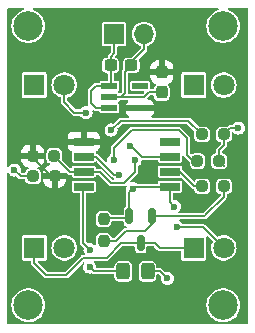
<source format=gbr>
%TF.GenerationSoftware,KiCad,Pcbnew,8.0.1*%
%TF.CreationDate,2025-01-22T19:50:13-07:00*%
%TF.ProjectId,ColorSensing,436f6c6f-7253-4656-9e73-696e672e6b69,rev?*%
%TF.SameCoordinates,Original*%
%TF.FileFunction,Copper,L2,Bot*%
%TF.FilePolarity,Positive*%
%FSLAX46Y46*%
G04 Gerber Fmt 4.6, Leading zero omitted, Abs format (unit mm)*
G04 Created by KiCad (PCBNEW 8.0.1) date 2025-01-22 19:50:13*
%MOMM*%
%LPD*%
G01*
G04 APERTURE LIST*
G04 Aperture macros list*
%AMRoundRect*
0 Rectangle with rounded corners*
0 $1 Rounding radius*
0 $2 $3 $4 $5 $6 $7 $8 $9 X,Y pos of 4 corners*
0 Add a 4 corners polygon primitive as box body*
4,1,4,$2,$3,$4,$5,$6,$7,$8,$9,$2,$3,0*
0 Add four circle primitives for the rounded corners*
1,1,$1+$1,$2,$3*
1,1,$1+$1,$4,$5*
1,1,$1+$1,$6,$7*
1,1,$1+$1,$8,$9*
0 Add four rect primitives between the rounded corners*
20,1,$1+$1,$2,$3,$4,$5,0*
20,1,$1+$1,$4,$5,$6,$7,0*
20,1,$1+$1,$6,$7,$8,$9,0*
20,1,$1+$1,$8,$9,$2,$3,0*%
G04 Aperture macros list end*
%TA.AperFunction,ComponentPad*%
%ADD10C,2.500000*%
%TD*%
%TA.AperFunction,ComponentPad*%
%ADD11R,1.800000X1.800000*%
%TD*%
%TA.AperFunction,ComponentPad*%
%ADD12C,1.800000*%
%TD*%
%TA.AperFunction,SMDPad,CuDef*%
%ADD13RoundRect,0.237500X0.250000X0.237500X-0.250000X0.237500X-0.250000X-0.237500X0.250000X-0.237500X0*%
%TD*%
%TA.AperFunction,SMDPad,CuDef*%
%ADD14RoundRect,0.237500X0.237500X-0.250000X0.237500X0.250000X-0.237500X0.250000X-0.237500X-0.250000X0*%
%TD*%
%TA.AperFunction,SMDPad,CuDef*%
%ADD15RoundRect,0.150000X-0.150000X0.512500X-0.150000X-0.512500X0.150000X-0.512500X0.150000X0.512500X0*%
%TD*%
%TA.AperFunction,SMDPad,CuDef*%
%ADD16R,1.320800X0.508000*%
%TD*%
%TA.AperFunction,SMDPad,CuDef*%
%ADD17RoundRect,0.237500X0.300000X0.237500X-0.300000X0.237500X-0.300000X-0.237500X0.300000X-0.237500X0*%
%TD*%
%TA.AperFunction,SMDPad,CuDef*%
%ADD18RoundRect,0.237500X-0.237500X0.300000X-0.237500X-0.300000X0.237500X-0.300000X0.237500X0.300000X0*%
%TD*%
%TA.AperFunction,SMDPad,CuDef*%
%ADD19RoundRect,0.250000X0.325000X0.450000X-0.325000X0.450000X-0.325000X-0.450000X0.325000X-0.450000X0*%
%TD*%
%TA.AperFunction,SMDPad,CuDef*%
%ADD20RoundRect,0.237500X-0.250000X-0.237500X0.250000X-0.237500X0.250000X0.237500X-0.250000X0.237500X0*%
%TD*%
%TA.AperFunction,SMDPad,CuDef*%
%ADD21R,1.700000X0.650000*%
%TD*%
%TA.AperFunction,ComponentPad*%
%ADD22R,1.700000X1.700000*%
%TD*%
%TA.AperFunction,ComponentPad*%
%ADD23O,1.700000X1.700000*%
%TD*%
%TA.AperFunction,ViaPad*%
%ADD24C,0.600000*%
%TD*%
%TA.AperFunction,Conductor*%
%ADD25C,0.152400*%
%TD*%
G04 APERTURE END LIST*
D10*
%TO.P,H4,1*%
%TO.N,N/C*%
X135000000Y-93640000D03*
%TD*%
%TO.P,H3,1*%
%TO.N,N/C*%
X118500000Y-93640000D03*
%TD*%
%TO.P,H2,1,1*%
%TO.N,GND*%
X135000000Y-70000000D03*
%TD*%
%TO.P,H1,1,1*%
%TO.N,VCC*%
X118500000Y-70000000D03*
%TD*%
D11*
%TO.P,D4,1,K*%
%TO.N,Net-(D1-K)*%
X132500000Y-88780000D03*
D12*
%TO.P,D4,2,A*%
%TO.N,Net-(D4-A)*%
X135040000Y-88780000D03*
%TD*%
D11*
%TO.P,D1,1,K*%
%TO.N,Net-(D1-K)*%
X119000000Y-75000000D03*
D12*
%TO.P,D1,2,A*%
%TO.N,Net-(D1-A)*%
X121540000Y-75000000D03*
%TD*%
D11*
%TO.P,D3,1,K*%
%TO.N,Net-(D1-K)*%
X119000000Y-88780000D03*
D12*
%TO.P,D3,2,A*%
%TO.N,Net-(D3-A)*%
X121540000Y-88780000D03*
%TD*%
D11*
%TO.P,D2,1,K*%
%TO.N,Net-(D1-K)*%
X132500000Y-75000000D03*
D12*
%TO.P,D2,2,A*%
%TO.N,Net-(D2-A)*%
X135040000Y-75000000D03*
%TD*%
D13*
%TO.P,R2,1*%
%TO.N,VDD_3.3V*%
X120720000Y-82720000D03*
%TO.P,R2,2*%
%TO.N,Net-(U1-S1)*%
X118895000Y-82720000D03*
%TD*%
D14*
%TO.P,R10,1*%
%TO.N,Net-(Q1-B)*%
X124870000Y-88170000D03*
%TO.P,R10,2*%
%TO.N,GND*%
X124870000Y-86345000D03*
%TD*%
D15*
%TO.P,Q1,1,E*%
%TO.N,GND*%
X127050000Y-86120000D03*
%TO.P,Q1,2,B*%
%TO.N,Net-(Q1-B)*%
X128950000Y-86120000D03*
%TO.P,Q1,3,C*%
%TO.N,Net-(D1-K)*%
X128000000Y-88395000D03*
%TD*%
D16*
%TO.P,U3,1,VIN*%
%TO.N,VCC*%
X125369200Y-76970000D03*
%TO.P,U3,2,GND*%
%TO.N,GND*%
X125369200Y-76019999D03*
%TO.P,U3,3,EN*%
%TO.N,VCC*%
X125369200Y-75069998D03*
%TO.P,U3,4,NC*%
%TO.N,unconnected-(U3-NC-Pad4)*%
X127960000Y-75069998D03*
%TO.P,U3,5,VOUT*%
%TO.N,VDD_3.3V*%
X127960000Y-76970000D03*
%TD*%
D17*
%TO.P,C1,1*%
%TO.N,GND*%
X127200000Y-73320000D03*
%TO.P,C1,2*%
%TO.N,VCC*%
X125475000Y-73320000D03*
%TD*%
D18*
%TO.P,C2,1*%
%TO.N,VDD_3.3V*%
X129800000Y-73900000D03*
%TO.P,C2,2*%
%TO.N,GND*%
X129800000Y-75625000D03*
%TD*%
D13*
%TO.P,R9,1*%
%TO.N,GND*%
X134645000Y-81430000D03*
%TO.P,R9,2*%
%TO.N,Net-(U1-S1)*%
X132820000Y-81430000D03*
%TD*%
D19*
%TO.P,D5,1,K*%
%TO.N,GND*%
X128595000Y-90780000D03*
%TO.P,D5,2,A*%
%TO.N,Net-(D5-A)*%
X126545000Y-90780000D03*
%TD*%
D13*
%TO.P,R4,1*%
%TO.N,S2*%
X120690000Y-81000000D03*
%TO.P,R4,2*%
%TO.N,VDD_3.3V*%
X118865000Y-81000000D03*
%TD*%
D20*
%TO.P,R11,1*%
%TO.N,LED_FLASH*%
X133225000Y-83570000D03*
%TO.P,R11,2*%
%TO.N,Net-(Q1-B)*%
X135050000Y-83570000D03*
%TD*%
%TO.P,R8,1*%
%TO.N,Net-(U1-S0)*%
X133225000Y-79180000D03*
%TO.P,R8,2*%
%TO.N,GND*%
X135050000Y-79180000D03*
%TD*%
D21*
%TO.P,U2,1,~{RESET}/PB5*%
%TO.N,unconnected-(U2-~{RESET}{slash}PB5-Pad1)*%
X130490000Y-79780000D03*
%TO.P,U2,2,XTAL1/PB3*%
%TO.N,S3*%
X130490000Y-81050000D03*
%TO.P,U2,3,XTAL2/PB4*%
%TO.N,LED_FLASH*%
X130490000Y-82320000D03*
%TO.P,U2,4,GND*%
%TO.N,GND*%
X130490000Y-83590000D03*
%TO.P,U2,5,AREF/PB0*%
%TO.N,LED_OUT*%
X123190000Y-83590000D03*
%TO.P,U2,6,PB1*%
%TO.N,S2*%
X123190000Y-82320000D03*
%TO.P,U2,7,PB2*%
%TO.N,COLOR_OUT*%
X123190000Y-81050000D03*
%TO.P,U2,8,VCC*%
%TO.N,VDD_3.3V*%
X123190000Y-79780000D03*
%TD*%
D22*
%TO.P,J1,1,Pin_1*%
%TO.N,VCC*%
X125750000Y-70680000D03*
D23*
%TO.P,J1,2,Pin_2*%
%TO.N,GND*%
X128290000Y-70680000D03*
%TD*%
D24*
%TO.N,GND*%
X130860000Y-85280000D03*
X136290000Y-78630000D03*
X127340000Y-83770000D03*
X130270000Y-91370000D03*
%TO.N,VDD_3.3V*%
X132640000Y-85000000D03*
X122110000Y-85180000D03*
X117350000Y-79470000D03*
X124050000Y-73750000D03*
%TO.N,Net-(D1-A)*%
X123380000Y-77320000D03*
%TO.N,Net-(D4-A)*%
X131110000Y-87040000D03*
%TO.N,Net-(U1-S0)*%
X125510000Y-78800000D03*
%TO.N,Net-(U1-S1)*%
X125710000Y-81360000D03*
X117310000Y-82190000D03*
%TO.N,COLOR_OUT*%
X126200000Y-82580000D03*
%TO.N,S2*%
X127530000Y-81370000D03*
%TO.N,S3*%
X127140000Y-80130000D03*
%TO.N,Net-(D5-A)*%
X123680000Y-90400000D03*
%TO.N,LED_OUT*%
X123720000Y-88920000D03*
%TD*%
D25*
%TO.N,LED_OUT*%
X123161400Y-83618600D02*
X123190000Y-83590000D01*
X123161400Y-88361400D02*
X123161400Y-83618600D01*
X123720000Y-88920000D02*
X123161400Y-88361400D01*
%TO.N,Net-(D1-K)*%
X126335000Y-88395000D02*
X128000000Y-88395000D01*
X121670000Y-91080000D02*
X123150000Y-89600000D01*
X123150000Y-89600000D02*
X125130000Y-89600000D01*
X120020000Y-91080000D02*
X121670000Y-91080000D01*
X119000000Y-90060000D02*
X120020000Y-91080000D01*
X125130000Y-89600000D02*
X126335000Y-88395000D01*
X119000000Y-88780000D02*
X119000000Y-90060000D01*
%TO.N,GND*%
X126670000Y-75660000D02*
X126670000Y-73850000D01*
X126310001Y-76019999D02*
X126670000Y-75660000D01*
X126670000Y-73850000D02*
X127200000Y-73320000D01*
X125369200Y-76019999D02*
X126310001Y-76019999D01*
%TO.N,Net-(U1-S1)*%
X127260000Y-78770000D02*
X125710000Y-80320000D01*
X131220000Y-78770000D02*
X127260000Y-78770000D01*
X131890000Y-79440000D02*
X131220000Y-78770000D01*
X132820000Y-81430000D02*
X132430000Y-81430000D01*
X132430000Y-81430000D02*
X131890000Y-80890000D01*
X131890000Y-80890000D02*
X131890000Y-79440000D01*
X125710000Y-80320000D02*
X125710000Y-81360000D01*
%TO.N,GND*%
X127340000Y-83770000D02*
X127520000Y-83590000D01*
X124925000Y-86290000D02*
X124870000Y-86345000D01*
X129680000Y-90780000D02*
X130270000Y-91370000D01*
X130490000Y-84910000D02*
X130860000Y-85280000D01*
X136290000Y-78630000D02*
X135600000Y-78630000D01*
X135600000Y-78630000D02*
X135050000Y-79180000D01*
X128290000Y-71970000D02*
X128290000Y-70680000D01*
X130490000Y-83590000D02*
X130490000Y-84910000D01*
X135050000Y-81800000D02*
X135030000Y-81820000D01*
X127200000Y-73320000D02*
X127200000Y-73060000D01*
X129800000Y-75625000D02*
X128675000Y-75625000D01*
X127050000Y-86120000D02*
X127050000Y-84060000D01*
X135050000Y-80110000D02*
X135050000Y-79180000D01*
X127520000Y-83590000D02*
X130490000Y-83590000D01*
X128595000Y-90780000D02*
X129680000Y-90780000D01*
X128675000Y-75625000D02*
X128280000Y-76020000D01*
X130790000Y-85210000D02*
X130860000Y-85280000D01*
X126880000Y-86290000D02*
X124925000Y-86290000D01*
X127200000Y-73060000D02*
X128290000Y-71970000D01*
X127050000Y-86120000D02*
X126880000Y-86290000D01*
X134645000Y-81430000D02*
X134645000Y-80515000D01*
X134645000Y-80515000D02*
X135050000Y-80110000D01*
X128280000Y-76020000D02*
X125369200Y-76019999D01*
X127050000Y-84060000D02*
X127340000Y-83770000D01*
%TO.N,VDD_3.3V*%
X118865000Y-81000000D02*
X118865000Y-80985000D01*
X120440000Y-82720000D02*
X118865000Y-81145000D01*
X118865000Y-81145000D02*
X118865000Y-81000000D01*
X120720000Y-82720000D02*
X120440000Y-82720000D01*
X118865000Y-81000000D02*
X118200000Y-81000000D01*
%TO.N,Net-(D1-A)*%
X122400000Y-77320000D02*
X123380000Y-77320000D01*
X121540000Y-75000000D02*
X121540000Y-76460000D01*
X121540000Y-76460000D02*
X122400000Y-77320000D01*
%TO.N,Net-(D4-A)*%
X133300000Y-87040000D02*
X135040000Y-88780000D01*
X131110000Y-87040000D02*
X133300000Y-87040000D01*
%TO.N,VCC*%
X125475000Y-73320000D02*
X125475000Y-72595000D01*
X125475000Y-74964198D02*
X125369200Y-75069998D01*
X123790000Y-76540000D02*
X123790000Y-75490000D01*
X124220000Y-76970000D02*
X123790000Y-76540000D01*
X125475000Y-72595000D02*
X125750000Y-72320000D01*
X123790000Y-75490000D02*
X124210002Y-75069998D01*
X124210002Y-75069998D02*
X125369200Y-75069998D01*
X125475000Y-73320000D02*
X125475000Y-74964198D01*
X125750000Y-72320000D02*
X125750000Y-70680000D01*
X125369200Y-76970000D02*
X124220000Y-76970000D01*
%TO.N,Net-(D1-K)*%
X132500000Y-88780000D02*
X132140000Y-88420000D01*
X132500000Y-88780000D02*
X129640000Y-88780000D01*
X129640000Y-88780000D02*
X129255000Y-88395000D01*
X129255000Y-88395000D02*
X128000000Y-88395000D01*
%TO.N,Net-(U1-S0)*%
X125510000Y-78800000D02*
X126304800Y-78005200D01*
X126304800Y-78005200D02*
X132050200Y-78005200D01*
X132050200Y-78005200D02*
X133225000Y-79180000D01*
%TO.N,Net-(Q1-B)*%
X128950000Y-86790000D02*
X128950000Y-86120000D01*
X133485000Y-86015000D02*
X135050000Y-84450000D01*
X135050000Y-84450000D02*
X135050000Y-83570000D01*
X128400000Y-87340000D02*
X128950000Y-86790000D01*
X128950000Y-86120000D02*
X133380000Y-86120000D01*
X126740000Y-87340000D02*
X128400000Y-87340000D01*
X124870000Y-88170000D02*
X125910000Y-88170000D01*
X133380000Y-86120000D02*
X133485000Y-86015000D01*
X125910000Y-88170000D02*
X126740000Y-87340000D01*
%TO.N,Net-(U1-S1)*%
X118895000Y-82720000D02*
X117840000Y-82720000D01*
X117840000Y-82720000D02*
X117310000Y-82190000D01*
X118895000Y-82720000D02*
X118895000Y-82445000D01*
%TO.N,COLOR_OUT*%
X125760000Y-82580000D02*
X124230000Y-81050000D01*
X123701052Y-81130000D02*
X123405526Y-80834474D01*
X126200000Y-82580000D02*
X125760000Y-82580000D01*
X124230000Y-81050000D02*
X123190000Y-81050000D01*
X123140000Y-81000000D02*
X123190000Y-81050000D01*
%TO.N,S2*%
X120690000Y-81000000D02*
X122010000Y-82320000D01*
X125490000Y-83250000D02*
X126610000Y-83250000D01*
X126610000Y-83250000D02*
X127530000Y-82330000D01*
X122010000Y-82320000D02*
X123190000Y-82320000D01*
X127530000Y-82330000D02*
X127530000Y-81370000D01*
X123190000Y-82320000D02*
X124560000Y-82320000D01*
X124560000Y-82320000D02*
X125490000Y-83250000D01*
%TO.N,LED_FLASH*%
X133225000Y-83570000D02*
X132560000Y-83570000D01*
X131310000Y-82320000D02*
X130490000Y-82320000D01*
X132560000Y-83570000D02*
X131310000Y-82320000D01*
%TO.N,S3*%
X127140000Y-80130000D02*
X127190000Y-80130000D01*
X127190000Y-80130000D02*
X128110000Y-81050000D01*
X128110000Y-81050000D02*
X130490000Y-81050000D01*
%TO.N,Net-(D5-A)*%
X126545000Y-90780000D02*
X124060000Y-90780000D01*
X124060000Y-90780000D02*
X123680000Y-90400000D01*
%TD*%
%TA.AperFunction,Conductor*%
%TO.N,VDD_3.3V*%
G36*
X118095875Y-68508093D02*
G01*
X118121595Y-68552642D01*
X118112662Y-68603300D01*
X118073257Y-68636365D01*
X118072010Y-68636806D01*
X117981598Y-68667844D01*
X117924288Y-68687519D01*
X117924286Y-68687520D01*
X117716118Y-68800175D01*
X117529324Y-68945562D01*
X117529320Y-68945566D01*
X117369006Y-69119714D01*
X117239543Y-69317872D01*
X117239542Y-69317876D01*
X117144458Y-69534644D01*
X117086352Y-69764104D01*
X117086351Y-69764107D01*
X117066805Y-69999998D01*
X117066805Y-70000001D01*
X117086351Y-70235892D01*
X117086352Y-70235895D01*
X117144458Y-70465355D01*
X117239542Y-70682123D01*
X117239543Y-70682127D01*
X117369006Y-70880285D01*
X117529320Y-71054433D01*
X117529324Y-71054437D01*
X117716118Y-71199824D01*
X117816332Y-71254057D01*
X117924292Y-71312482D01*
X117924293Y-71312482D01*
X117924299Y-71312485D01*
X118093293Y-71370500D01*
X118148171Y-71389340D01*
X118381648Y-71428300D01*
X118381651Y-71428300D01*
X118618349Y-71428300D01*
X118618352Y-71428300D01*
X118851829Y-71389340D01*
X119003902Y-71337132D01*
X119075700Y-71312485D01*
X119075702Y-71312484D01*
X119075708Y-71312482D01*
X119283883Y-71199823D01*
X119470677Y-71054436D01*
X119630992Y-70880287D01*
X119760457Y-70682125D01*
X119855541Y-70465358D01*
X119913648Y-70235896D01*
X119933195Y-70000000D01*
X119913648Y-69764104D01*
X119855541Y-69534642D01*
X119760457Y-69317875D01*
X119760456Y-69317874D01*
X119760456Y-69317872D01*
X119630993Y-69119714D01*
X119470679Y-68945566D01*
X119470675Y-68945562D01*
X119283881Y-68800175D01*
X119075713Y-68687520D01*
X119075711Y-68687519D01*
X119068568Y-68685067D01*
X118928044Y-68636824D01*
X118888040Y-68604490D01*
X118878178Y-68554005D01*
X118903075Y-68508991D01*
X118951081Y-68490513D01*
X118952463Y-68490500D01*
X134547537Y-68490500D01*
X134595875Y-68508093D01*
X134621595Y-68552642D01*
X134612662Y-68603300D01*
X134573257Y-68636365D01*
X134572010Y-68636806D01*
X134481598Y-68667844D01*
X134424288Y-68687519D01*
X134424286Y-68687520D01*
X134216118Y-68800175D01*
X134029324Y-68945562D01*
X134029320Y-68945566D01*
X133869006Y-69119714D01*
X133739543Y-69317872D01*
X133739542Y-69317876D01*
X133644458Y-69534644D01*
X133586352Y-69764104D01*
X133586351Y-69764107D01*
X133566805Y-69999998D01*
X133566805Y-70000001D01*
X133586351Y-70235892D01*
X133586352Y-70235895D01*
X133644458Y-70465355D01*
X133739542Y-70682123D01*
X133739543Y-70682127D01*
X133869006Y-70880285D01*
X134029320Y-71054433D01*
X134029324Y-71054437D01*
X134216118Y-71199824D01*
X134316332Y-71254057D01*
X134424292Y-71312482D01*
X134424293Y-71312482D01*
X134424299Y-71312485D01*
X134593293Y-71370500D01*
X134648171Y-71389340D01*
X134881648Y-71428300D01*
X134881651Y-71428300D01*
X135118349Y-71428300D01*
X135118352Y-71428300D01*
X135351829Y-71389340D01*
X135503902Y-71337132D01*
X135575700Y-71312485D01*
X135575702Y-71312484D01*
X135575708Y-71312482D01*
X135783883Y-71199823D01*
X135970677Y-71054436D01*
X136130992Y-70880287D01*
X136260457Y-70682125D01*
X136355541Y-70465358D01*
X136413648Y-70235896D01*
X136433195Y-70000000D01*
X136413648Y-69764104D01*
X136355541Y-69534642D01*
X136260457Y-69317875D01*
X136260456Y-69317874D01*
X136260456Y-69317872D01*
X136130993Y-69119714D01*
X135970679Y-68945566D01*
X135970675Y-68945562D01*
X135783881Y-68800175D01*
X135575713Y-68687520D01*
X135575711Y-68687519D01*
X135568568Y-68685067D01*
X135428044Y-68636824D01*
X135388040Y-68604490D01*
X135378178Y-68554005D01*
X135403075Y-68508991D01*
X135451081Y-68490513D01*
X135452463Y-68490500D01*
X137044300Y-68490500D01*
X137092638Y-68508093D01*
X137118358Y-68552642D01*
X137119500Y-68565700D01*
X137119500Y-95164300D01*
X137101907Y-95212638D01*
X137057358Y-95238358D01*
X137044300Y-95239500D01*
X116765700Y-95239500D01*
X116717362Y-95221907D01*
X116691642Y-95177358D01*
X116690500Y-95164300D01*
X116690500Y-93640001D01*
X117066805Y-93640001D01*
X117086351Y-93875892D01*
X117086352Y-93875895D01*
X117144458Y-94105355D01*
X117239542Y-94322123D01*
X117239543Y-94322127D01*
X117369006Y-94520285D01*
X117529320Y-94694433D01*
X117529324Y-94694437D01*
X117716118Y-94839824D01*
X117924286Y-94952479D01*
X117924292Y-94952482D01*
X117924293Y-94952482D01*
X117924299Y-94952485D01*
X118093293Y-95010500D01*
X118148171Y-95029340D01*
X118381648Y-95068300D01*
X118381651Y-95068300D01*
X118618349Y-95068300D01*
X118618352Y-95068300D01*
X118851829Y-95029340D01*
X119003902Y-94977132D01*
X119075700Y-94952485D01*
X119075702Y-94952484D01*
X119075708Y-94952482D01*
X119283883Y-94839823D01*
X119470677Y-94694436D01*
X119630992Y-94520287D01*
X119760457Y-94322125D01*
X119855541Y-94105358D01*
X119913648Y-93875896D01*
X119933195Y-93640001D01*
X133566805Y-93640001D01*
X133586351Y-93875892D01*
X133586352Y-93875895D01*
X133644458Y-94105355D01*
X133739542Y-94322123D01*
X133739543Y-94322127D01*
X133869006Y-94520285D01*
X134029320Y-94694433D01*
X134029324Y-94694437D01*
X134216118Y-94839824D01*
X134424286Y-94952479D01*
X134424292Y-94952482D01*
X134424293Y-94952482D01*
X134424299Y-94952485D01*
X134593293Y-95010500D01*
X134648171Y-95029340D01*
X134881648Y-95068300D01*
X134881651Y-95068300D01*
X135118349Y-95068300D01*
X135118352Y-95068300D01*
X135351829Y-95029340D01*
X135503902Y-94977132D01*
X135575700Y-94952485D01*
X135575702Y-94952484D01*
X135575708Y-94952482D01*
X135783883Y-94839823D01*
X135970677Y-94694436D01*
X136130992Y-94520287D01*
X136260457Y-94322125D01*
X136355541Y-94105358D01*
X136413648Y-93875896D01*
X136433195Y-93640000D01*
X136413648Y-93404104D01*
X136355541Y-93174642D01*
X136260457Y-92957875D01*
X136260456Y-92957874D01*
X136260456Y-92957872D01*
X136130993Y-92759714D01*
X135970679Y-92585566D01*
X135970675Y-92585562D01*
X135783881Y-92440175D01*
X135575713Y-92327520D01*
X135575700Y-92327514D01*
X135351842Y-92250664D01*
X135351836Y-92250662D01*
X135351829Y-92250660D01*
X135351822Y-92250658D01*
X135351819Y-92250658D01*
X135118357Y-92211700D01*
X135118352Y-92211700D01*
X134881648Y-92211700D01*
X134881642Y-92211700D01*
X134648180Y-92250658D01*
X134648174Y-92250659D01*
X134648171Y-92250660D01*
X134648166Y-92250661D01*
X134648157Y-92250664D01*
X134424299Y-92327514D01*
X134424286Y-92327520D01*
X134216118Y-92440175D01*
X134029324Y-92585562D01*
X134029320Y-92585566D01*
X133869006Y-92759714D01*
X133739543Y-92957872D01*
X133739542Y-92957876D01*
X133644458Y-93174644D01*
X133586352Y-93404104D01*
X133586351Y-93404107D01*
X133566805Y-93639998D01*
X133566805Y-93640001D01*
X119933195Y-93640001D01*
X119933195Y-93640000D01*
X119913648Y-93404104D01*
X119855541Y-93174642D01*
X119760457Y-92957875D01*
X119760456Y-92957874D01*
X119760456Y-92957872D01*
X119630993Y-92759714D01*
X119470679Y-92585566D01*
X119470675Y-92585562D01*
X119283881Y-92440175D01*
X119075713Y-92327520D01*
X119075700Y-92327514D01*
X118851842Y-92250664D01*
X118851836Y-92250662D01*
X118851829Y-92250660D01*
X118851822Y-92250658D01*
X118851819Y-92250658D01*
X118618357Y-92211700D01*
X118618352Y-92211700D01*
X118381648Y-92211700D01*
X118381642Y-92211700D01*
X118148180Y-92250658D01*
X118148174Y-92250659D01*
X118148171Y-92250660D01*
X118148166Y-92250661D01*
X118148157Y-92250664D01*
X117924299Y-92327514D01*
X117924286Y-92327520D01*
X117716118Y-92440175D01*
X117529324Y-92585562D01*
X117529320Y-92585566D01*
X117369006Y-92759714D01*
X117239543Y-92957872D01*
X117239542Y-92957876D01*
X117144458Y-93174644D01*
X117086352Y-93404104D01*
X117086351Y-93404107D01*
X117066805Y-93639998D01*
X117066805Y-93640001D01*
X116690500Y-93640001D01*
X116690500Y-89697559D01*
X117921700Y-89697559D01*
X117921701Y-89697564D01*
X117932043Y-89749565D01*
X117932045Y-89749571D01*
X117971451Y-89808545D01*
X117971452Y-89808545D01*
X117971453Y-89808547D01*
X118030431Y-89847955D01*
X118082439Y-89858300D01*
X118670300Y-89858299D01*
X118718638Y-89875892D01*
X118744358Y-89920441D01*
X118745500Y-89933499D01*
X118745500Y-90110623D01*
X118784245Y-90204164D01*
X119875834Y-91295753D01*
X119875835Y-91295753D01*
X119875837Y-91295755D01*
X119969377Y-91334501D01*
X119969378Y-91334501D01*
X120079375Y-91334501D01*
X120079383Y-91334500D01*
X121720622Y-91334500D01*
X121720623Y-91334500D01*
X121814163Y-91295755D01*
X123085676Y-90024241D01*
X123132294Y-90002502D01*
X123181981Y-90015816D01*
X123211486Y-90057953D01*
X123207002Y-90109197D01*
X123201599Y-90118101D01*
X123201604Y-90118104D01*
X123199139Y-90122372D01*
X123143671Y-90256288D01*
X123143670Y-90256291D01*
X123124750Y-90400000D01*
X123143670Y-90543709D01*
X123143671Y-90543711D01*
X123199139Y-90677626D01*
X123287378Y-90792621D01*
X123402373Y-90880860D01*
X123402374Y-90880860D01*
X123402375Y-90880861D01*
X123536291Y-90936330D01*
X123680000Y-90955250D01*
X123815842Y-90937365D01*
X123866059Y-90948499D01*
X123878829Y-90958748D01*
X123915835Y-90995754D01*
X123915836Y-90995754D01*
X123915837Y-90995755D01*
X124009377Y-91034500D01*
X124110623Y-91034500D01*
X125716501Y-91034500D01*
X125764839Y-91052093D01*
X125790559Y-91096642D01*
X125791701Y-91109700D01*
X125791701Y-91281591D01*
X125794412Y-91310525D01*
X125837054Y-91432389D01*
X125837056Y-91432392D01*
X125913725Y-91536275D01*
X126017607Y-91612943D01*
X126017610Y-91612945D01*
X126046863Y-91623180D01*
X126139475Y-91655587D01*
X126168407Y-91658300D01*
X126921592Y-91658299D01*
X126950525Y-91655587D01*
X127072392Y-91612944D01*
X127176275Y-91536275D01*
X127252944Y-91432392D01*
X127295587Y-91310525D01*
X127298300Y-91281593D01*
X127298300Y-91281591D01*
X127841700Y-91281591D01*
X127844412Y-91310525D01*
X127887054Y-91432389D01*
X127887056Y-91432392D01*
X127963725Y-91536275D01*
X128067607Y-91612943D01*
X128067610Y-91612945D01*
X128096863Y-91623180D01*
X128189475Y-91655587D01*
X128218407Y-91658300D01*
X128971592Y-91658299D01*
X129000525Y-91655587D01*
X129122392Y-91612944D01*
X129226275Y-91536275D01*
X129302944Y-91432392D01*
X129345587Y-91310525D01*
X129348299Y-91281600D01*
X129348300Y-91281599D01*
X129348300Y-91109700D01*
X129365893Y-91061362D01*
X129410442Y-91035642D01*
X129423500Y-91034500D01*
X129543434Y-91034500D01*
X129591772Y-91052093D01*
X129596608Y-91056526D01*
X129711251Y-91171169D01*
X129732991Y-91217789D01*
X129732634Y-91234158D01*
X129714750Y-91369999D01*
X129714750Y-91370000D01*
X129733670Y-91513709D01*
X129733671Y-91513711D01*
X129789139Y-91647626D01*
X129877378Y-91762621D01*
X129992373Y-91850860D01*
X129992374Y-91850860D01*
X129992375Y-91850861D01*
X130126291Y-91906330D01*
X130270000Y-91925250D01*
X130413709Y-91906330D01*
X130547625Y-91850861D01*
X130662621Y-91762621D01*
X130750861Y-91647625D01*
X130806330Y-91513709D01*
X130825250Y-91370000D01*
X130806330Y-91226291D01*
X130750861Y-91092375D01*
X130750860Y-91092374D01*
X130750860Y-91092373D01*
X130662621Y-90977378D01*
X130547626Y-90889139D01*
X130413711Y-90833671D01*
X130413709Y-90833670D01*
X130270000Y-90814750D01*
X130269999Y-90814750D01*
X130134158Y-90832634D01*
X130083938Y-90821500D01*
X130071173Y-90811255D01*
X129824163Y-90564245D01*
X129824162Y-90564244D01*
X129730623Y-90525500D01*
X129423499Y-90525500D01*
X129375161Y-90507907D01*
X129349441Y-90463358D01*
X129348299Y-90450300D01*
X129348299Y-90278408D01*
X129345587Y-90249474D01*
X129302945Y-90127610D01*
X129302943Y-90127607D01*
X129299080Y-90122373D01*
X129226275Y-90023725D01*
X129122392Y-89947056D01*
X129122389Y-89947054D01*
X129029780Y-89914649D01*
X129000525Y-89904413D01*
X129000520Y-89904412D01*
X129000518Y-89904412D01*
X128971600Y-89901700D01*
X128218408Y-89901700D01*
X128189474Y-89904412D01*
X128067610Y-89947054D01*
X128067607Y-89947056D01*
X127963725Y-90023725D01*
X127887056Y-90127607D01*
X127887054Y-90127610D01*
X127844414Y-90249472D01*
X127844414Y-90249474D01*
X127844412Y-90249481D01*
X127841700Y-90278398D01*
X127841700Y-91281591D01*
X127298300Y-91281591D01*
X127298299Y-90278408D01*
X127295587Y-90249475D01*
X127252944Y-90127608D01*
X127176275Y-90023725D01*
X127072392Y-89947056D01*
X127072389Y-89947054D01*
X126979780Y-89914649D01*
X126950525Y-89904413D01*
X126950520Y-89904412D01*
X126950518Y-89904412D01*
X126921600Y-89901700D01*
X126168408Y-89901700D01*
X126139474Y-89904412D01*
X126017610Y-89947054D01*
X126017607Y-89947056D01*
X125913725Y-90023725D01*
X125837056Y-90127607D01*
X125837054Y-90127610D01*
X125794414Y-90249472D01*
X125794414Y-90249474D01*
X125794412Y-90249481D01*
X125791700Y-90278398D01*
X125791700Y-90450300D01*
X125774107Y-90498638D01*
X125729558Y-90524358D01*
X125716500Y-90525500D01*
X124304477Y-90525500D01*
X124256139Y-90507907D01*
X124230419Y-90463358D01*
X124229920Y-90440485D01*
X124230609Y-90435245D01*
X124235250Y-90400000D01*
X124216330Y-90256291D01*
X124160861Y-90122375D01*
X124160860Y-90122374D01*
X124160860Y-90122373D01*
X124072621Y-90007378D01*
X124049139Y-89989360D01*
X124021500Y-89945976D01*
X124028215Y-89894976D01*
X124066141Y-89860224D01*
X124094918Y-89854500D01*
X125180622Y-89854500D01*
X125180623Y-89854500D01*
X125274163Y-89815755D01*
X126418391Y-88671525D01*
X126465011Y-88649786D01*
X126471565Y-88649500D01*
X127446501Y-88649500D01*
X127494839Y-88667093D01*
X127520559Y-88711642D01*
X127521701Y-88724700D01*
X127521701Y-88945972D01*
X127526046Y-88978985D01*
X127527994Y-88993782D01*
X127576920Y-89098706D01*
X127576926Y-89098714D01*
X127658785Y-89180573D01*
X127658793Y-89180579D01*
X127763714Y-89229504D01*
X127763716Y-89229504D01*
X127763719Y-89229506D01*
X127811527Y-89235800D01*
X128188472Y-89235799D01*
X128236281Y-89229506D01*
X128341210Y-89180577D01*
X128423077Y-89098710D01*
X128472006Y-88993781D01*
X128478300Y-88945973D01*
X128478300Y-88724700D01*
X128495893Y-88676362D01*
X128540442Y-88650642D01*
X128553500Y-88649500D01*
X129118433Y-88649500D01*
X129166771Y-88667093D01*
X129171607Y-88671525D01*
X129419955Y-88919872D01*
X129419968Y-88919887D01*
X129495835Y-88995754D01*
X129495836Y-88995754D01*
X129495837Y-88995755D01*
X129589377Y-89034500D01*
X129690623Y-89034500D01*
X131346501Y-89034500D01*
X131394839Y-89052093D01*
X131420559Y-89096642D01*
X131421701Y-89109700D01*
X131421701Y-89697564D01*
X131432043Y-89749565D01*
X131432045Y-89749571D01*
X131471451Y-89808545D01*
X131471452Y-89808545D01*
X131471453Y-89808547D01*
X131530431Y-89847955D01*
X131582439Y-89858300D01*
X133417560Y-89858299D01*
X133443564Y-89853127D01*
X133469565Y-89847956D01*
X133469566Y-89847955D01*
X133469569Y-89847955D01*
X133469569Y-89847954D01*
X133469571Y-89847954D01*
X133509043Y-89821579D01*
X133528547Y-89808547D01*
X133567955Y-89749569D01*
X133578300Y-89697561D01*
X133578299Y-87862440D01*
X133578299Y-87862438D01*
X133578299Y-87859765D01*
X133595892Y-87811427D01*
X133640441Y-87785707D01*
X133691099Y-87794640D01*
X133706673Y-87806591D01*
X134077936Y-88177854D01*
X134099676Y-88224474D01*
X134092079Y-88264547D01*
X134030206Y-88388805D01*
X134030204Y-88388812D01*
X133975520Y-88581005D01*
X133975519Y-88581014D01*
X133957080Y-88779997D01*
X133957080Y-88780002D01*
X133962251Y-88835800D01*
X133972459Y-88945969D01*
X133975519Y-88978985D01*
X133975520Y-88978994D01*
X134030204Y-89171187D01*
X134030210Y-89171203D01*
X134119280Y-89350080D01*
X134239708Y-89509554D01*
X134239711Y-89509557D01*
X134387392Y-89644187D01*
X134557297Y-89749388D01*
X134557299Y-89749388D01*
X134557301Y-89749390D01*
X134743645Y-89821580D01*
X134940081Y-89858300D01*
X134940086Y-89858300D01*
X135139914Y-89858300D01*
X135139919Y-89858300D01*
X135336355Y-89821580D01*
X135522699Y-89749390D01*
X135692605Y-89644189D01*
X135840288Y-89509558D01*
X135960717Y-89350084D01*
X136049793Y-89171196D01*
X136099710Y-88995754D01*
X136104479Y-88978994D01*
X136104479Y-88978992D01*
X136104481Y-88978986D01*
X136122920Y-88780000D01*
X136122576Y-88776291D01*
X136117468Y-88721168D01*
X136104481Y-88581014D01*
X136104479Y-88581008D01*
X136104479Y-88581005D01*
X136049795Y-88388812D01*
X136049793Y-88388804D01*
X136041177Y-88371500D01*
X135960719Y-88209919D01*
X135840291Y-88050445D01*
X135840288Y-88050442D01*
X135692607Y-87915812D01*
X135522702Y-87810611D01*
X135336356Y-87738420D01*
X135303615Y-87732300D01*
X135139919Y-87701700D01*
X134940081Y-87701700D01*
X134809123Y-87726180D01*
X134743643Y-87738420D01*
X134557300Y-87810610D01*
X134529646Y-87827732D01*
X134479286Y-87838218D01*
X134436886Y-87816968D01*
X133444164Y-86824245D01*
X133350623Y-86785500D01*
X131645690Y-86785500D01*
X131597352Y-86767907D01*
X131586030Y-86756079D01*
X131502621Y-86647378D01*
X131387626Y-86559139D01*
X131291145Y-86519176D01*
X131253219Y-86484424D01*
X131246504Y-86433424D01*
X131274143Y-86390040D01*
X131319922Y-86374500D01*
X133430621Y-86374500D01*
X133430623Y-86374500D01*
X133524163Y-86335755D01*
X133618586Y-86241330D01*
X133618588Y-86241329D01*
X133629162Y-86230755D01*
X133629163Y-86230755D01*
X135194161Y-84665755D01*
X135194163Y-84665755D01*
X135265755Y-84594163D01*
X135304500Y-84500623D01*
X135304500Y-84291996D01*
X135322093Y-84243658D01*
X135366642Y-84217938D01*
X135367809Y-84217742D01*
X135430091Y-84207879D01*
X135547448Y-84148082D01*
X135640582Y-84054948D01*
X135700379Y-83937591D01*
X135715800Y-83840225D01*
X135715799Y-83299776D01*
X135714115Y-83289140D01*
X135700380Y-83202410D01*
X135640581Y-83085050D01*
X135547449Y-82991918D01*
X135430091Y-82932121D01*
X135430093Y-82932121D01*
X135376164Y-82923580D01*
X135332725Y-82916700D01*
X135332723Y-82916700D01*
X134767281Y-82916700D01*
X134767269Y-82916701D01*
X134669910Y-82932119D01*
X134552550Y-82991918D01*
X134459418Y-83085050D01*
X134399621Y-83202407D01*
X134384200Y-83299773D01*
X134384200Y-83840218D01*
X134384201Y-83840230D01*
X134399619Y-83937589D01*
X134459418Y-84054949D01*
X134552550Y-84148081D01*
X134552552Y-84148082D01*
X134669909Y-84207879D01*
X134732065Y-84217723D01*
X134777053Y-84242659D01*
X134795489Y-84290682D01*
X134795500Y-84291996D01*
X134795500Y-84313434D01*
X134777907Y-84361772D01*
X134773474Y-84366608D01*
X133296608Y-85843474D01*
X133249988Y-85865214D01*
X133243434Y-85865500D01*
X131222789Y-85865500D01*
X131174451Y-85847907D01*
X131148731Y-85803358D01*
X131157664Y-85752700D01*
X131177010Y-85730640D01*
X131252621Y-85672621D01*
X131340861Y-85557625D01*
X131396330Y-85423709D01*
X131415250Y-85280000D01*
X131396330Y-85136291D01*
X131340861Y-85002375D01*
X131340860Y-85002374D01*
X131340860Y-85002373D01*
X131252621Y-84887378D01*
X131137626Y-84799139D01*
X131003711Y-84743671D01*
X131003709Y-84743670D01*
X130860000Y-84724750D01*
X130859998Y-84724750D01*
X130829514Y-84728763D01*
X130779294Y-84717628D01*
X130747980Y-84676818D01*
X130744500Y-84654206D01*
X130744500Y-84168499D01*
X130762093Y-84120161D01*
X130806642Y-84094441D01*
X130819700Y-84093299D01*
X131357560Y-84093299D01*
X131383564Y-84088127D01*
X131409565Y-84082956D01*
X131409566Y-84082955D01*
X131409569Y-84082955D01*
X131409569Y-84082954D01*
X131409571Y-84082954D01*
X131462442Y-84047626D01*
X131468547Y-84043547D01*
X131507955Y-83984569D01*
X131518300Y-83932561D01*
X131518299Y-83247440D01*
X131515560Y-83233670D01*
X131507956Y-83195434D01*
X131507954Y-83195428D01*
X131468548Y-83136454D01*
X131468544Y-83136451D01*
X131409569Y-83097045D01*
X131409567Y-83097044D01*
X131357561Y-83086700D01*
X129622440Y-83086700D01*
X129622435Y-83086701D01*
X129570434Y-83097043D01*
X129570428Y-83097045D01*
X129511454Y-83136451D01*
X129472045Y-83195431D01*
X129472044Y-83195432D01*
X129461700Y-83247438D01*
X129461700Y-83260300D01*
X129444107Y-83308638D01*
X129399558Y-83334358D01*
X129386500Y-83335500D01*
X127703571Y-83335500D01*
X127657792Y-83319960D01*
X127631486Y-83299775D01*
X127617625Y-83289139D01*
X127483709Y-83233670D01*
X127340000Y-83214750D01*
X127196291Y-83233670D01*
X127196289Y-83233670D01*
X127196286Y-83233671D01*
X127186995Y-83237519D01*
X127135604Y-83239759D01*
X127094797Y-83208441D01*
X127083667Y-83158219D01*
X127105047Y-83114869D01*
X127557357Y-82662559D01*
X129461700Y-82662559D01*
X129461701Y-82662564D01*
X129472043Y-82714565D01*
X129472045Y-82714571D01*
X129511451Y-82773545D01*
X129511452Y-82773545D01*
X129511453Y-82773547D01*
X129570431Y-82812955D01*
X129622439Y-82823300D01*
X131357560Y-82823299D01*
X131398063Y-82815243D01*
X131448903Y-82823068D01*
X131465906Y-82835824D01*
X132415835Y-83785754D01*
X132516219Y-83827334D01*
X132515440Y-83829212D01*
X132550819Y-83850679D01*
X132566448Y-83885988D01*
X132574619Y-83937589D01*
X132634418Y-84054949D01*
X132727550Y-84148081D01*
X132727552Y-84148082D01*
X132844907Y-84207878D01*
X132844909Y-84207879D01*
X132942275Y-84223300D01*
X133507724Y-84223299D01*
X133514341Y-84222250D01*
X133605089Y-84207880D01*
X133605093Y-84207878D01*
X133722448Y-84148082D01*
X133815582Y-84054948D01*
X133875379Y-83937591D01*
X133890800Y-83840225D01*
X133890799Y-83299776D01*
X133889115Y-83289140D01*
X133875380Y-83202410D01*
X133815581Y-83085050D01*
X133722449Y-82991918D01*
X133605091Y-82932121D01*
X133605093Y-82932121D01*
X133551164Y-82923580D01*
X133507725Y-82916700D01*
X133507723Y-82916700D01*
X132942281Y-82916700D01*
X132942269Y-82916701D01*
X132844910Y-82932119D01*
X132727550Y-82991918D01*
X132634418Y-83085050D01*
X132634416Y-83085053D01*
X132614084Y-83124956D01*
X132576463Y-83160038D01*
X132525093Y-83162729D01*
X132493907Y-83143989D01*
X131540325Y-82190407D01*
X131518585Y-82143787D01*
X131518299Y-82137233D01*
X131518299Y-81977440D01*
X131518298Y-81977435D01*
X131507956Y-81925434D01*
X131507954Y-81925428D01*
X131468548Y-81866454D01*
X131459546Y-81860439D01*
X131409569Y-81827045D01*
X131409567Y-81827044D01*
X131357561Y-81816700D01*
X129622440Y-81816700D01*
X129622435Y-81816701D01*
X129570434Y-81827043D01*
X129570428Y-81827045D01*
X129511454Y-81866451D01*
X129472045Y-81925431D01*
X129472044Y-81925432D01*
X129461700Y-81977438D01*
X129461700Y-82662559D01*
X127557357Y-82662559D01*
X127674161Y-82545755D01*
X127674163Y-82545755D01*
X127745755Y-82474163D01*
X127784500Y-82380623D01*
X127784500Y-81905689D01*
X127802093Y-81857351D01*
X127813916Y-81846033D01*
X127922621Y-81762621D01*
X128010861Y-81647625D01*
X128066330Y-81513709D01*
X128085250Y-81370000D01*
X128085249Y-81369998D01*
X128085265Y-81369884D01*
X128109018Y-81324256D01*
X128156542Y-81304572D01*
X128159822Y-81304500D01*
X129386501Y-81304500D01*
X129434839Y-81322093D01*
X129460559Y-81366642D01*
X129461701Y-81379700D01*
X129461701Y-81392564D01*
X129472043Y-81444565D01*
X129472045Y-81444571D01*
X129511451Y-81503545D01*
X129511452Y-81503545D01*
X129511453Y-81503547D01*
X129570431Y-81542955D01*
X129622439Y-81553300D01*
X131357560Y-81553299D01*
X131383564Y-81548127D01*
X131409565Y-81542956D01*
X131409566Y-81542955D01*
X131409569Y-81542955D01*
X131409569Y-81542954D01*
X131409571Y-81542954D01*
X131452728Y-81514117D01*
X131468547Y-81503547D01*
X131507955Y-81444569D01*
X131518300Y-81392561D01*
X131518299Y-81035731D01*
X131535892Y-80987396D01*
X131580440Y-80961675D01*
X131631099Y-80970608D01*
X131662975Y-81006955D01*
X131674244Y-81034162D01*
X131674245Y-81034163D01*
X132132174Y-81492091D01*
X132153914Y-81538711D01*
X132154200Y-81545265D01*
X132154200Y-81700217D01*
X132154202Y-81700230D01*
X132169619Y-81797589D01*
X132229418Y-81914949D01*
X132322550Y-82008081D01*
X132322552Y-82008082D01*
X132439907Y-82067878D01*
X132439909Y-82067879D01*
X132537275Y-82083300D01*
X133102724Y-82083299D01*
X133110162Y-82082121D01*
X133200089Y-82067880D01*
X133263143Y-82035752D01*
X133317448Y-82008082D01*
X133410582Y-81914948D01*
X133470379Y-81797591D01*
X133485800Y-81700225D01*
X133485800Y-81700218D01*
X133979200Y-81700218D01*
X133979201Y-81700230D01*
X133994619Y-81797589D01*
X134054418Y-81914949D01*
X134147550Y-82008081D01*
X134147552Y-82008082D01*
X134264907Y-82067878D01*
X134264909Y-82067879D01*
X134362275Y-82083300D01*
X134927724Y-82083299D01*
X134977437Y-82075426D01*
X134989200Y-82074500D01*
X135080621Y-82074500D01*
X135080623Y-82074500D01*
X135174163Y-82035755D01*
X135265754Y-81944163D01*
X135304500Y-81850623D01*
X135304500Y-81749377D01*
X135304500Y-81745915D01*
X135305426Y-81734150D01*
X135307940Y-81718277D01*
X135310800Y-81700225D01*
X135310799Y-81159776D01*
X135300125Y-81092375D01*
X135295380Y-81062410D01*
X135235581Y-80945050D01*
X135142449Y-80851918D01*
X135025091Y-80792121D01*
X135025093Y-80792121D01*
X134988363Y-80786303D01*
X134962935Y-80782276D01*
X134917946Y-80757339D01*
X134899511Y-80709316D01*
X134899500Y-80708003D01*
X134899500Y-80651565D01*
X134917093Y-80603227D01*
X134921514Y-80598402D01*
X135194161Y-80325755D01*
X135194163Y-80325755D01*
X135265755Y-80254163D01*
X135298198Y-80175837D01*
X135304500Y-80160624D01*
X135304500Y-80059377D01*
X135304500Y-79901996D01*
X135322093Y-79853658D01*
X135366642Y-79827938D01*
X135367809Y-79827742D01*
X135430091Y-79817879D01*
X135547448Y-79758082D01*
X135640582Y-79664948D01*
X135700379Y-79547591D01*
X135715800Y-79450225D01*
X135715799Y-79007512D01*
X135733392Y-78959176D01*
X135777940Y-78933455D01*
X135828599Y-78942388D01*
X135850659Y-78961734D01*
X135897378Y-79022621D01*
X136012373Y-79110860D01*
X136012374Y-79110860D01*
X136012375Y-79110861D01*
X136146291Y-79166330D01*
X136290000Y-79185250D01*
X136433709Y-79166330D01*
X136567625Y-79110861D01*
X136682621Y-79022621D01*
X136770861Y-78907625D01*
X136826330Y-78773709D01*
X136845250Y-78630000D01*
X136826330Y-78486291D01*
X136770861Y-78352375D01*
X136770860Y-78352374D01*
X136770860Y-78352373D01*
X136682621Y-78237378D01*
X136567626Y-78149139D01*
X136433711Y-78093671D01*
X136433709Y-78093670D01*
X136290000Y-78074750D01*
X136146291Y-78093670D01*
X136146288Y-78093670D01*
X136146288Y-78093671D01*
X136012373Y-78149139D01*
X135897378Y-78237378D01*
X135813970Y-78346079D01*
X135770586Y-78373717D01*
X135754310Y-78375500D01*
X135549376Y-78375500D01*
X135521978Y-78386847D01*
X135521979Y-78386848D01*
X135455836Y-78414245D01*
X135420041Y-78450041D01*
X135384245Y-78485837D01*
X135384244Y-78485838D01*
X135365408Y-78504674D01*
X135365406Y-78504676D01*
X135318785Y-78526414D01*
X135312233Y-78526700D01*
X134767281Y-78526700D01*
X134767269Y-78526701D01*
X134669910Y-78542119D01*
X134552550Y-78601918D01*
X134459418Y-78695050D01*
X134399621Y-78812407D01*
X134384200Y-78909773D01*
X134384200Y-79450218D01*
X134384201Y-79450230D01*
X134399619Y-79547589D01*
X134459418Y-79664949D01*
X134552550Y-79758081D01*
X134552552Y-79758082D01*
X134669909Y-79817879D01*
X134732065Y-79827723D01*
X134777053Y-79852659D01*
X134795489Y-79900682D01*
X134795500Y-79901996D01*
X134795500Y-79973433D01*
X134777907Y-80021771D01*
X134773474Y-80026607D01*
X134429245Y-80370835D01*
X134390500Y-80464376D01*
X134390500Y-80708003D01*
X134372907Y-80756341D01*
X134328358Y-80782061D01*
X134327063Y-80782277D01*
X134264910Y-80792119D01*
X134147550Y-80851918D01*
X134054418Y-80945050D01*
X133994621Y-81062407D01*
X133979200Y-81159773D01*
X133979200Y-81700218D01*
X133485800Y-81700218D01*
X133485799Y-81159776D01*
X133475125Y-81092375D01*
X133470380Y-81062410D01*
X133410581Y-80945050D01*
X133317449Y-80851918D01*
X133200091Y-80792121D01*
X133200093Y-80792121D01*
X133137937Y-80782277D01*
X133102725Y-80776700D01*
X133102723Y-80776700D01*
X132537281Y-80776700D01*
X132537269Y-80776701D01*
X132439909Y-80792119D01*
X132322552Y-80851917D01*
X132322550Y-80851918D01*
X132320363Y-80854106D01*
X132318066Y-80855176D01*
X132317763Y-80855397D01*
X132317720Y-80855338D01*
X132273741Y-80875841D01*
X132224055Y-80862524D01*
X132214018Y-80854101D01*
X132200503Y-80840586D01*
X132166525Y-80806607D01*
X132144786Y-80759986D01*
X132144500Y-80753433D01*
X132144500Y-79389377D01*
X132105755Y-79295837D01*
X132105754Y-79295836D01*
X132105754Y-79295835D01*
X132029890Y-79219971D01*
X132029875Y-79219958D01*
X131364163Y-78554245D01*
X131364162Y-78554244D01*
X131270623Y-78515500D01*
X127310623Y-78515500D01*
X127209377Y-78515500D01*
X127115835Y-78554245D01*
X125932704Y-79737378D01*
X125565837Y-80104245D01*
X125547523Y-80122559D01*
X125494244Y-80175837D01*
X125455500Y-80269376D01*
X125455500Y-80824310D01*
X125437907Y-80872648D01*
X125426079Y-80883970D01*
X125317378Y-80967378D01*
X125229139Y-81082373D01*
X125173671Y-81216288D01*
X125173670Y-81216291D01*
X125159741Y-81322093D01*
X125154750Y-81360000D01*
X125164470Y-81433832D01*
X125153336Y-81484052D01*
X125112526Y-81515367D01*
X125061135Y-81513123D01*
X125036739Y-81496821D01*
X124374164Y-80834245D01*
X124280623Y-80795500D01*
X124278828Y-80795143D01*
X124276821Y-80793925D01*
X124273781Y-80792666D01*
X124273974Y-80792198D01*
X124234851Y-80768457D01*
X124218299Y-80721388D01*
X124218299Y-80707440D01*
X124218298Y-80707435D01*
X124206511Y-80648166D01*
X124208805Y-80647709D01*
X124207035Y-80607249D01*
X124238346Y-80566436D01*
X124252479Y-80559396D01*
X124282087Y-80548353D01*
X124282092Y-80548350D01*
X124397189Y-80462189D01*
X124483350Y-80347092D01*
X124483351Y-80347090D01*
X124533597Y-80212377D01*
X124533598Y-80212374D01*
X124539999Y-80152831D01*
X124540000Y-80152820D01*
X124540000Y-80030000D01*
X121840000Y-80030000D01*
X121840000Y-80152831D01*
X121846401Y-80212374D01*
X121846402Y-80212377D01*
X121896648Y-80347090D01*
X121896649Y-80347092D01*
X121982810Y-80462189D01*
X122097907Y-80548350D01*
X122097912Y-80548353D01*
X122127520Y-80559396D01*
X122166663Y-80592772D01*
X122175194Y-80643499D01*
X122172823Y-80651519D01*
X122161700Y-80707438D01*
X122161700Y-81392559D01*
X122161701Y-81392564D01*
X122172043Y-81444565D01*
X122172045Y-81444571D01*
X122211451Y-81503545D01*
X122211452Y-81503545D01*
X122211453Y-81503547D01*
X122270431Y-81542955D01*
X122322439Y-81553300D01*
X124057560Y-81553299D01*
X124083564Y-81548127D01*
X124109565Y-81542956D01*
X124109566Y-81542955D01*
X124109569Y-81542955D01*
X124109569Y-81542954D01*
X124109571Y-81542954D01*
X124168546Y-81503548D01*
X124179756Y-81486771D01*
X124221238Y-81456354D01*
X124272568Y-81459717D01*
X124295457Y-81475375D01*
X125615834Y-82795753D01*
X125615835Y-82795753D01*
X125615837Y-82795755D01*
X125681078Y-82822779D01*
X125717423Y-82854653D01*
X125719138Y-82857624D01*
X125732104Y-82874521D01*
X125747572Y-82923580D01*
X125727888Y-82971104D01*
X125682260Y-82994857D01*
X125672444Y-82995500D01*
X125626566Y-82995500D01*
X125578228Y-82977907D01*
X125573392Y-82973474D01*
X124704164Y-82104245D01*
X124610623Y-82065500D01*
X124293499Y-82065500D01*
X124245161Y-82047907D01*
X124219441Y-82003358D01*
X124218299Y-81990300D01*
X124218299Y-81977440D01*
X124218298Y-81977435D01*
X124207956Y-81925434D01*
X124207954Y-81925428D01*
X124168548Y-81866454D01*
X124159546Y-81860439D01*
X124109569Y-81827045D01*
X124109567Y-81827044D01*
X124057561Y-81816700D01*
X122322440Y-81816700D01*
X122322435Y-81816701D01*
X122270434Y-81827043D01*
X122270428Y-81827045D01*
X122211454Y-81866451D01*
X122172045Y-81925431D01*
X122172044Y-81925432D01*
X122166857Y-81951509D01*
X122140169Y-81995485D01*
X122091459Y-82012018D01*
X122043517Y-81993373D01*
X122039928Y-81990010D01*
X121377712Y-81327794D01*
X121355972Y-81281174D01*
X121355939Y-81273180D01*
X121355800Y-81273180D01*
X121355799Y-80729781D01*
X121355798Y-80729773D01*
X121353199Y-80713358D01*
X121340380Y-80632410D01*
X121280581Y-80515050D01*
X121187449Y-80421918D01*
X121070091Y-80362121D01*
X121070093Y-80362121D01*
X121021408Y-80354410D01*
X120972725Y-80346700D01*
X120972723Y-80346700D01*
X120407281Y-80346700D01*
X120407269Y-80346701D01*
X120309910Y-80362119D01*
X120192550Y-80421918D01*
X120099418Y-80515050D01*
X120039621Y-80632407D01*
X120024200Y-80729773D01*
X120024200Y-81270218D01*
X120024201Y-81270230D01*
X120039619Y-81367589D01*
X120099418Y-81484949D01*
X120192550Y-81578081D01*
X120192552Y-81578082D01*
X120293047Y-81629287D01*
X120328129Y-81666908D01*
X120330821Y-81718277D01*
X120299864Y-81759359D01*
X120282561Y-81767674D01*
X120156194Y-81809548D01*
X120009465Y-81900052D01*
X120009461Y-81900055D01*
X119887555Y-82021961D01*
X119887552Y-82021965D01*
X119797048Y-82168694D01*
X119742820Y-82332347D01*
X119742819Y-82332349D01*
X119732500Y-82433359D01*
X119732500Y-82470000D01*
X121715375Y-82470000D01*
X121747233Y-82455143D01*
X121796921Y-82468455D01*
X121806964Y-82476883D01*
X121865834Y-82535753D01*
X121865835Y-82535753D01*
X121865837Y-82535755D01*
X121959377Y-82574501D01*
X121959378Y-82574501D01*
X122069375Y-82574501D01*
X122069383Y-82574500D01*
X122086501Y-82574500D01*
X122134839Y-82592093D01*
X122160559Y-82636642D01*
X122161701Y-82649700D01*
X122161701Y-82662564D01*
X122172043Y-82714565D01*
X122172045Y-82714571D01*
X122211451Y-82773545D01*
X122211452Y-82773545D01*
X122211453Y-82773547D01*
X122270431Y-82812955D01*
X122322439Y-82823300D01*
X124057560Y-82823299D01*
X124083564Y-82818127D01*
X124109565Y-82812956D01*
X124109566Y-82812955D01*
X124109569Y-82812955D01*
X124109569Y-82812954D01*
X124109571Y-82812954D01*
X124140831Y-82792066D01*
X124168547Y-82773547D01*
X124207955Y-82714569D01*
X124218300Y-82662561D01*
X124218300Y-82649700D01*
X124235893Y-82601362D01*
X124280442Y-82575642D01*
X124293500Y-82574500D01*
X124423434Y-82574500D01*
X124471772Y-82592093D01*
X124476608Y-82596526D01*
X125345834Y-83465753D01*
X125345835Y-83465753D01*
X125345837Y-83465755D01*
X125439377Y-83504501D01*
X125439378Y-83504501D01*
X125549375Y-83504501D01*
X125549383Y-83504500D01*
X126660622Y-83504500D01*
X126660623Y-83504500D01*
X126726462Y-83477229D01*
X126777852Y-83474986D01*
X126818662Y-83506300D01*
X126829796Y-83556521D01*
X126824715Y-83575482D01*
X126803671Y-83626287D01*
X126803670Y-83626289D01*
X126803670Y-83626291D01*
X126784750Y-83770000D01*
X126803670Y-83913709D01*
X126803670Y-83913711D01*
X126803671Y-83913712D01*
X126807478Y-83922903D01*
X126809721Y-83974294D01*
X126807479Y-83980455D01*
X126795500Y-84009376D01*
X126795500Y-85246081D01*
X126777907Y-85294419D01*
X126752081Y-85314235D01*
X126708793Y-85334420D01*
X126708785Y-85334426D01*
X126626926Y-85416285D01*
X126626920Y-85416293D01*
X126577995Y-85521214D01*
X126577993Y-85521220D01*
X126571700Y-85569028D01*
X126571700Y-85960300D01*
X126554107Y-86008638D01*
X126509558Y-86034358D01*
X126496500Y-86035500D01*
X125583286Y-86035500D01*
X125534948Y-86017907D01*
X125509228Y-85973358D01*
X125509011Y-85972059D01*
X125507879Y-85964909D01*
X125507878Y-85964908D01*
X125507879Y-85964908D01*
X125448081Y-85847550D01*
X125354949Y-85754418D01*
X125237591Y-85694621D01*
X125237593Y-85694621D01*
X125188908Y-85686910D01*
X125140225Y-85679200D01*
X125140223Y-85679200D01*
X124599781Y-85679200D01*
X124599769Y-85679201D01*
X124502410Y-85694619D01*
X124385050Y-85754418D01*
X124291918Y-85847550D01*
X124232121Y-85964907D01*
X124216700Y-86062273D01*
X124216700Y-86627718D01*
X124216701Y-86627730D01*
X124232119Y-86725089D01*
X124291918Y-86842449D01*
X124385050Y-86935581D01*
X124385052Y-86935582D01*
X124502407Y-86995378D01*
X124502409Y-86995379D01*
X124599775Y-87010800D01*
X125140224Y-87010799D01*
X125146841Y-87009750D01*
X125237589Y-86995380D01*
X125270680Y-86978519D01*
X125354948Y-86935582D01*
X125448082Y-86842448D01*
X125507879Y-86725091D01*
X125523300Y-86627725D01*
X125523300Y-86619700D01*
X125540893Y-86571362D01*
X125585442Y-86545642D01*
X125598500Y-86544500D01*
X126496501Y-86544500D01*
X126544839Y-86562093D01*
X126570559Y-86606642D01*
X126571701Y-86619700D01*
X126571701Y-86670972D01*
X126576420Y-86706828D01*
X126577994Y-86718782D01*
X126626920Y-86823706D01*
X126626926Y-86823714D01*
X126708785Y-86905573D01*
X126708793Y-86905579D01*
X126787211Y-86942146D01*
X126823584Y-86978519D01*
X126828068Y-87029763D01*
X126798563Y-87071900D01*
X126755430Y-87085500D01*
X126689377Y-87085500D01*
X126595837Y-87124244D01*
X126560041Y-87160040D01*
X126524245Y-87195837D01*
X125826608Y-87893474D01*
X125779988Y-87915214D01*
X125773434Y-87915500D01*
X125591997Y-87915500D01*
X125543659Y-87897907D01*
X125517939Y-87853358D01*
X125517723Y-87852063D01*
X125507880Y-87789910D01*
X125448081Y-87672550D01*
X125354949Y-87579418D01*
X125237591Y-87519621D01*
X125237593Y-87519621D01*
X125188908Y-87511910D01*
X125140225Y-87504200D01*
X125140223Y-87504200D01*
X124599781Y-87504200D01*
X124599769Y-87504201D01*
X124502410Y-87519619D01*
X124385050Y-87579418D01*
X124291918Y-87672550D01*
X124232121Y-87789907D01*
X124216700Y-87887273D01*
X124216700Y-88454751D01*
X124199107Y-88503089D01*
X124154558Y-88528809D01*
X124103900Y-88519876D01*
X124095721Y-88514411D01*
X123997626Y-88439139D01*
X123876106Y-88388805D01*
X123863709Y-88383670D01*
X123720000Y-88364750D01*
X123719999Y-88364750D01*
X123584158Y-88382634D01*
X123533938Y-88371500D01*
X123521169Y-88361251D01*
X123437926Y-88278008D01*
X123416186Y-88231388D01*
X123415900Y-88224834D01*
X123415900Y-84168499D01*
X123433493Y-84120161D01*
X123478042Y-84094441D01*
X123491100Y-84093299D01*
X124057560Y-84093299D01*
X124083564Y-84088127D01*
X124109565Y-84082956D01*
X124109566Y-84082955D01*
X124109569Y-84082955D01*
X124109569Y-84082954D01*
X124109571Y-84082954D01*
X124162442Y-84047626D01*
X124168547Y-84043547D01*
X124207955Y-83984569D01*
X124218300Y-83932561D01*
X124218299Y-83247440D01*
X124215560Y-83233670D01*
X124207956Y-83195434D01*
X124207954Y-83195428D01*
X124168548Y-83136454D01*
X124168544Y-83136451D01*
X124109569Y-83097045D01*
X124109567Y-83097044D01*
X124057561Y-83086700D01*
X122322440Y-83086700D01*
X122322435Y-83086701D01*
X122270434Y-83097043D01*
X122270428Y-83097045D01*
X122211454Y-83136451D01*
X122172045Y-83195431D01*
X122172044Y-83195432D01*
X122161700Y-83247438D01*
X122161700Y-83932559D01*
X122161701Y-83932564D01*
X122172043Y-83984565D01*
X122172045Y-83984571D01*
X122211451Y-84043545D01*
X122211452Y-84043545D01*
X122211453Y-84043547D01*
X122270431Y-84082955D01*
X122322439Y-84093300D01*
X122831700Y-84093299D01*
X122880038Y-84110892D01*
X122905758Y-84155441D01*
X122906900Y-84168499D01*
X122906900Y-88412023D01*
X122945644Y-88505562D01*
X122945645Y-88505563D01*
X123161251Y-88721169D01*
X123182991Y-88767789D01*
X123182634Y-88784158D01*
X123175835Y-88835799D01*
X123164750Y-88920000D01*
X123183670Y-89063709D01*
X123183671Y-89063711D01*
X123239139Y-89197626D01*
X123259776Y-89224520D01*
X123275245Y-89273579D01*
X123255561Y-89321104D01*
X123209934Y-89344857D01*
X123200117Y-89345500D01*
X123099377Y-89345500D01*
X123005837Y-89384244D01*
X122970041Y-89420040D01*
X122934245Y-89455837D01*
X121586608Y-90803474D01*
X121539988Y-90825214D01*
X121533434Y-90825500D01*
X120156566Y-90825500D01*
X120108228Y-90807907D01*
X120103392Y-90803474D01*
X119286591Y-89986673D01*
X119264851Y-89940053D01*
X119278165Y-89890366D01*
X119320302Y-89860861D01*
X119339765Y-89858299D01*
X119917560Y-89858299D01*
X119943564Y-89853127D01*
X119969565Y-89847956D01*
X119969566Y-89847955D01*
X119969569Y-89847955D01*
X119969569Y-89847954D01*
X119969571Y-89847954D01*
X120009043Y-89821579D01*
X120028547Y-89808547D01*
X120067955Y-89749569D01*
X120078300Y-89697561D01*
X120078300Y-88780002D01*
X120457080Y-88780002D01*
X120462251Y-88835800D01*
X120472459Y-88945969D01*
X120475519Y-88978985D01*
X120475520Y-88978994D01*
X120530204Y-89171187D01*
X120530210Y-89171203D01*
X120619280Y-89350080D01*
X120739708Y-89509554D01*
X120739711Y-89509557D01*
X120887392Y-89644187D01*
X121057297Y-89749388D01*
X121057299Y-89749388D01*
X121057301Y-89749390D01*
X121243645Y-89821580D01*
X121440081Y-89858300D01*
X121440086Y-89858300D01*
X121639914Y-89858300D01*
X121639919Y-89858300D01*
X121836355Y-89821580D01*
X122022699Y-89749390D01*
X122192605Y-89644189D01*
X122340288Y-89509558D01*
X122460717Y-89350084D01*
X122549793Y-89171196D01*
X122599710Y-88995754D01*
X122604479Y-88978994D01*
X122604479Y-88978992D01*
X122604481Y-88978986D01*
X122622920Y-88780000D01*
X122622576Y-88776291D01*
X122617468Y-88721168D01*
X122604481Y-88581014D01*
X122604479Y-88581008D01*
X122604479Y-88581005D01*
X122549795Y-88388812D01*
X122549793Y-88388804D01*
X122541177Y-88371500D01*
X122460719Y-88209919D01*
X122340291Y-88050445D01*
X122340288Y-88050442D01*
X122192607Y-87915812D01*
X122022702Y-87810611D01*
X121836356Y-87738420D01*
X121803615Y-87732300D01*
X121639919Y-87701700D01*
X121440081Y-87701700D01*
X121309123Y-87726180D01*
X121243643Y-87738420D01*
X121057298Y-87810611D01*
X121057297Y-87810611D01*
X120887392Y-87915812D01*
X120739711Y-88050442D01*
X120739708Y-88050445D01*
X120619280Y-88209919D01*
X120530210Y-88388796D01*
X120530204Y-88388812D01*
X120475520Y-88581005D01*
X120475519Y-88581014D01*
X120457080Y-88779997D01*
X120457080Y-88780002D01*
X120078300Y-88780002D01*
X120078299Y-87862440D01*
X120076235Y-87852063D01*
X120067956Y-87810434D01*
X120067954Y-87810428D01*
X120028548Y-87751454D01*
X120028544Y-87751451D01*
X119969569Y-87712045D01*
X119969567Y-87712044D01*
X119917561Y-87701700D01*
X118082440Y-87701700D01*
X118082435Y-87701701D01*
X118030434Y-87712043D01*
X118030428Y-87712045D01*
X117971454Y-87751451D01*
X117932045Y-87810431D01*
X117932044Y-87810432D01*
X117921700Y-87862438D01*
X117921700Y-89697559D01*
X116690500Y-89697559D01*
X116690500Y-82508146D01*
X116708093Y-82459808D01*
X116752642Y-82434088D01*
X116803300Y-82443021D01*
X116824923Y-82464647D01*
X116826138Y-82463715D01*
X116917378Y-82582621D01*
X117032373Y-82670860D01*
X117032374Y-82670860D01*
X117032375Y-82670861D01*
X117166291Y-82726330D01*
X117310000Y-82745250D01*
X117445843Y-82727365D01*
X117496062Y-82738499D01*
X117508831Y-82748748D01*
X117619952Y-82859869D01*
X117619965Y-82859884D01*
X117695835Y-82935754D01*
X117695836Y-82935754D01*
X117695837Y-82935755D01*
X117789377Y-82974500D01*
X117890623Y-82974500D01*
X118162483Y-82974500D01*
X118210821Y-82992093D01*
X118236541Y-83036642D01*
X118236757Y-83037938D01*
X118244619Y-83087589D01*
X118304418Y-83204949D01*
X118397550Y-83298081D01*
X118397552Y-83298082D01*
X118514907Y-83357878D01*
X118514909Y-83357879D01*
X118612275Y-83373300D01*
X119177724Y-83373299D01*
X119184341Y-83372250D01*
X119275089Y-83357880D01*
X119275093Y-83357878D01*
X119392448Y-83298082D01*
X119485582Y-83204948D01*
X119545379Y-83087591D01*
X119560800Y-82990225D01*
X119560800Y-82970000D01*
X119732501Y-82970000D01*
X119732501Y-83006641D01*
X119742820Y-83107655D01*
X119797048Y-83271305D01*
X119887552Y-83418034D01*
X119887555Y-83418038D01*
X120009461Y-83539944D01*
X120009465Y-83539947D01*
X120156195Y-83630451D01*
X120156194Y-83630451D01*
X120319847Y-83684679D01*
X120319849Y-83684680D01*
X120420858Y-83694999D01*
X120469999Y-83694998D01*
X120470000Y-83694998D01*
X120470000Y-82970000D01*
X120970000Y-82970000D01*
X120970000Y-83694999D01*
X121019141Y-83694999D01*
X121120155Y-83684679D01*
X121283805Y-83630451D01*
X121430534Y-83539947D01*
X121430538Y-83539944D01*
X121552444Y-83418038D01*
X121552447Y-83418034D01*
X121642951Y-83271305D01*
X121697179Y-83107652D01*
X121697180Y-83107650D01*
X121707500Y-83006640D01*
X121707500Y-82970000D01*
X120970000Y-82970000D01*
X120470000Y-82970000D01*
X119732501Y-82970000D01*
X119560800Y-82970000D01*
X119560799Y-82449776D01*
X119559729Y-82443021D01*
X119545380Y-82352410D01*
X119485581Y-82235050D01*
X119392449Y-82141918D01*
X119291952Y-82090712D01*
X119256870Y-82053091D01*
X119254178Y-82001721D01*
X119285135Y-81960640D01*
X119302438Y-81952325D01*
X119428805Y-81910451D01*
X119575534Y-81819947D01*
X119575538Y-81819944D01*
X119697444Y-81698038D01*
X119697447Y-81698034D01*
X119787951Y-81551305D01*
X119842179Y-81387652D01*
X119842180Y-81387650D01*
X119852500Y-81286640D01*
X119852500Y-81250000D01*
X117877501Y-81250000D01*
X117877501Y-81286641D01*
X117887820Y-81387655D01*
X117942048Y-81551305D01*
X118032552Y-81698034D01*
X118032555Y-81698038D01*
X118154461Y-81819944D01*
X118154465Y-81819947D01*
X118301195Y-81910451D01*
X118301194Y-81910451D01*
X118463918Y-81964372D01*
X118504268Y-81996277D01*
X118514670Y-82046654D01*
X118490257Y-82091931D01*
X118474405Y-82102758D01*
X118397553Y-82141916D01*
X118397550Y-82141918D01*
X118304418Y-82235050D01*
X118244621Y-82352407D01*
X118244621Y-82352409D01*
X118238853Y-82388831D01*
X118236757Y-82402063D01*
X118211819Y-82447054D01*
X118163796Y-82465489D01*
X118162483Y-82465500D01*
X117976565Y-82465500D01*
X117928227Y-82447907D01*
X117923391Y-82443474D01*
X117868748Y-82388831D01*
X117847008Y-82342211D01*
X117847364Y-82325848D01*
X117865250Y-82190000D01*
X117846330Y-82046291D01*
X117790861Y-81912375D01*
X117790860Y-81912374D01*
X117790860Y-81912373D01*
X117702621Y-81797378D01*
X117587626Y-81709139D01*
X117453711Y-81653671D01*
X117453709Y-81653670D01*
X117310000Y-81634750D01*
X117166291Y-81653670D01*
X117166288Y-81653670D01*
X117166288Y-81653671D01*
X117032373Y-81709139D01*
X116917378Y-81797378D01*
X116826138Y-81916285D01*
X116824335Y-81914902D01*
X116791408Y-81942522D01*
X116739968Y-81942513D01*
X116700568Y-81909442D01*
X116690500Y-81871853D01*
X116690500Y-80750000D01*
X117877500Y-80750000D01*
X118615000Y-80750000D01*
X118615000Y-80025000D01*
X119115000Y-80025000D01*
X119115000Y-80750000D01*
X119852499Y-80750000D01*
X119852499Y-80713358D01*
X119842179Y-80612344D01*
X119787951Y-80448694D01*
X119697447Y-80301965D01*
X119697444Y-80301961D01*
X119575538Y-80180055D01*
X119575534Y-80180052D01*
X119428804Y-80089548D01*
X119428805Y-80089548D01*
X119265152Y-80035320D01*
X119265150Y-80035319D01*
X119164141Y-80025000D01*
X119115000Y-80025000D01*
X118615000Y-80025000D01*
X118615000Y-80024999D01*
X118565859Y-80025000D01*
X118464844Y-80035320D01*
X118301194Y-80089548D01*
X118154465Y-80180052D01*
X118154461Y-80180055D01*
X118032555Y-80301961D01*
X118032552Y-80301965D01*
X117942048Y-80448694D01*
X117887820Y-80612347D01*
X117887819Y-80612349D01*
X117877500Y-80713359D01*
X117877500Y-80750000D01*
X116690500Y-80750000D01*
X116690500Y-79530000D01*
X121840000Y-79530000D01*
X122940000Y-79530000D01*
X122940000Y-78955000D01*
X123440000Y-78955000D01*
X123440000Y-79530000D01*
X124540000Y-79530000D01*
X124540000Y-79407180D01*
X124539999Y-79407168D01*
X124533598Y-79347625D01*
X124533597Y-79347622D01*
X124483351Y-79212909D01*
X124483350Y-79212907D01*
X124397189Y-79097810D01*
X124282092Y-79011649D01*
X124282090Y-79011648D01*
X124147377Y-78961402D01*
X124147374Y-78961401D01*
X124087831Y-78955000D01*
X123440000Y-78955000D01*
X122940000Y-78955000D01*
X122292168Y-78955000D01*
X122232625Y-78961401D01*
X122232622Y-78961402D01*
X122097909Y-79011648D01*
X122097907Y-79011649D01*
X121982810Y-79097810D01*
X121896649Y-79212907D01*
X121896648Y-79212909D01*
X121846402Y-79347622D01*
X121846401Y-79347625D01*
X121840000Y-79407168D01*
X121840000Y-79530000D01*
X116690500Y-79530000D01*
X116690500Y-78800000D01*
X124954750Y-78800000D01*
X124973670Y-78943709D01*
X124973671Y-78943711D01*
X125029139Y-79077626D01*
X125117378Y-79192621D01*
X125232373Y-79280860D01*
X125232374Y-79280860D01*
X125232375Y-79280861D01*
X125366291Y-79336330D01*
X125510000Y-79355250D01*
X125653709Y-79336330D01*
X125787625Y-79280861D01*
X125902621Y-79192621D01*
X125990861Y-79077625D01*
X126046330Y-78943709D01*
X126065250Y-78800000D01*
X126047365Y-78664156D01*
X126058499Y-78613938D01*
X126068743Y-78601173D01*
X126388193Y-78281725D01*
X126434813Y-78259986D01*
X126441367Y-78259700D01*
X131913634Y-78259700D01*
X131961972Y-78277293D01*
X131966808Y-78281726D01*
X132537287Y-78852204D01*
X132559027Y-78898824D01*
X132559063Y-78906821D01*
X132559200Y-78906821D01*
X132559200Y-79450218D01*
X132559201Y-79450230D01*
X132574619Y-79547589D01*
X132634418Y-79664949D01*
X132727550Y-79758081D01*
X132727552Y-79758082D01*
X132844907Y-79817878D01*
X132844909Y-79817879D01*
X132942275Y-79833300D01*
X133507724Y-79833299D01*
X133514341Y-79832250D01*
X133605089Y-79817880D01*
X133605093Y-79817878D01*
X133722448Y-79758082D01*
X133815582Y-79664948D01*
X133875379Y-79547591D01*
X133890800Y-79450225D01*
X133890799Y-78909776D01*
X133885924Y-78878992D01*
X133875380Y-78812410D01*
X133815581Y-78695050D01*
X133722449Y-78601918D01*
X133605091Y-78542121D01*
X133605093Y-78542121D01*
X133507726Y-78526700D01*
X132962766Y-78526700D01*
X132914428Y-78509107D01*
X132909592Y-78504674D01*
X132194364Y-77789445D01*
X132100823Y-77750700D01*
X128977089Y-77750700D01*
X128928751Y-77733107D01*
X128903031Y-77688558D01*
X128911964Y-77637900D01*
X128932023Y-77615299D01*
X128977591Y-77581186D01*
X129063750Y-77466092D01*
X129063751Y-77466090D01*
X129113997Y-77331377D01*
X129113998Y-77331374D01*
X129120399Y-77271831D01*
X129120400Y-77271820D01*
X129120400Y-77220000D01*
X126799600Y-77220000D01*
X126799600Y-77271831D01*
X126806001Y-77331374D01*
X126806002Y-77331377D01*
X126856248Y-77466090D01*
X126856249Y-77466092D01*
X126942408Y-77581186D01*
X126987977Y-77615299D01*
X127016130Y-77658352D01*
X127010023Y-77709428D01*
X126972513Y-77744628D01*
X126942911Y-77750700D01*
X126364183Y-77750700D01*
X126364175Y-77750699D01*
X126355423Y-77750699D01*
X126254177Y-77750699D01*
X126195190Y-77775132D01*
X126160634Y-77789446D01*
X125708829Y-78241251D01*
X125662209Y-78262991D01*
X125645840Y-78262634D01*
X125510000Y-78244750D01*
X125366291Y-78263670D01*
X125366288Y-78263670D01*
X125366288Y-78263671D01*
X125232373Y-78319139D01*
X125117378Y-78407378D01*
X125029139Y-78522373D01*
X124973671Y-78656288D01*
X124973670Y-78656291D01*
X124954750Y-78800000D01*
X116690500Y-78800000D01*
X116690500Y-75917559D01*
X117921700Y-75917559D01*
X117921701Y-75917564D01*
X117932043Y-75969565D01*
X117932045Y-75969571D01*
X117971451Y-76028545D01*
X117971452Y-76028545D01*
X117971453Y-76028547D01*
X118030431Y-76067955D01*
X118082439Y-76078300D01*
X119917560Y-76078299D01*
X119943942Y-76073052D01*
X119969565Y-76067956D01*
X119969566Y-76067955D01*
X119969569Y-76067955D01*
X119969569Y-76067954D01*
X119969571Y-76067954D01*
X120012626Y-76039185D01*
X120028547Y-76028547D01*
X120067955Y-75969569D01*
X120078300Y-75917561D01*
X120078300Y-75000002D01*
X120457080Y-75000002D01*
X120475519Y-75198985D01*
X120475520Y-75198994D01*
X120530204Y-75391187D01*
X120530210Y-75391203D01*
X120619280Y-75570080D01*
X120739708Y-75729554D01*
X120739711Y-75729557D01*
X120887392Y-75864187D01*
X121057297Y-75969388D01*
X121057299Y-75969388D01*
X121057301Y-75969390D01*
X121237466Y-76039186D01*
X121276183Y-76073052D01*
X121285500Y-76109307D01*
X121285500Y-76510623D01*
X121324245Y-76604164D01*
X122255834Y-77535753D01*
X122255835Y-77535753D01*
X122255837Y-77535755D01*
X122349377Y-77574501D01*
X122349378Y-77574501D01*
X122459375Y-77574501D01*
X122459383Y-77574500D01*
X122844310Y-77574500D01*
X122892648Y-77592093D01*
X122903970Y-77603921D01*
X122987378Y-77712621D01*
X123102373Y-77800860D01*
X123102374Y-77800860D01*
X123102375Y-77800861D01*
X123236291Y-77856330D01*
X123380000Y-77875250D01*
X123523709Y-77856330D01*
X123657625Y-77800861D01*
X123772621Y-77712621D01*
X123860861Y-77597625D01*
X123916330Y-77463709D01*
X123935250Y-77320000D01*
X123922496Y-77223132D01*
X123933629Y-77172916D01*
X123974439Y-77141601D01*
X124025830Y-77143844D01*
X124050227Y-77160146D01*
X124075834Y-77185753D01*
X124075835Y-77185753D01*
X124075837Y-77185755D01*
X124169377Y-77224501D01*
X124169378Y-77224501D01*
X124279375Y-77224501D01*
X124279383Y-77224500D01*
X124465391Y-77224500D01*
X124513729Y-77242093D01*
X124539146Y-77285031D01*
X124540843Y-77293565D01*
X124540845Y-77293571D01*
X124580251Y-77352545D01*
X124580252Y-77352545D01*
X124580253Y-77352547D01*
X124639231Y-77391955D01*
X124691239Y-77402300D01*
X126047160Y-77402299D01*
X126073164Y-77397127D01*
X126099165Y-77391956D01*
X126099166Y-77391955D01*
X126099169Y-77391955D01*
X126099169Y-77391954D01*
X126099171Y-77391954D01*
X126128658Y-77372251D01*
X126158147Y-77352547D01*
X126197555Y-77293569D01*
X126207900Y-77241561D01*
X126207899Y-76698440D01*
X126206911Y-76693474D01*
X126197556Y-76646434D01*
X126197554Y-76646428D01*
X126158147Y-76587452D01*
X126113358Y-76557525D01*
X126082941Y-76516042D01*
X126086306Y-76464712D01*
X126113358Y-76432473D01*
X126158147Y-76402546D01*
X126197555Y-76343568D01*
X126199254Y-76335025D01*
X126225941Y-76291051D01*
X126273009Y-76274499D01*
X126855296Y-76274499D01*
X126903634Y-76292092D01*
X126929354Y-76336641D01*
X126920421Y-76387299D01*
X126915496Y-76394765D01*
X126856249Y-76473907D01*
X126856248Y-76473909D01*
X126806002Y-76608622D01*
X126806001Y-76608625D01*
X126799600Y-76668168D01*
X126799600Y-76720000D01*
X129120400Y-76720000D01*
X129120400Y-76668180D01*
X129120399Y-76668168D01*
X129113998Y-76608625D01*
X129113997Y-76608622D01*
X129063751Y-76473909D01*
X129063750Y-76473907D01*
X128977589Y-76358810D01*
X128862492Y-76272649D01*
X128862490Y-76272648D01*
X128727777Y-76222402D01*
X128727774Y-76222401D01*
X128668231Y-76216000D01*
X128625465Y-76216000D01*
X128577127Y-76198407D01*
X128551407Y-76153858D01*
X128560340Y-76103200D01*
X128572291Y-76087626D01*
X128758391Y-75901526D01*
X128805011Y-75879786D01*
X128811565Y-75879500D01*
X129071501Y-75879500D01*
X129119839Y-75897093D01*
X129145559Y-75941642D01*
X129146701Y-75954700D01*
X129146701Y-75957730D01*
X129162119Y-76055089D01*
X129221918Y-76172449D01*
X129315050Y-76265581D01*
X129315052Y-76265582D01*
X129432407Y-76325378D01*
X129432409Y-76325379D01*
X129529775Y-76340800D01*
X130070224Y-76340799D01*
X130076841Y-76339750D01*
X130167589Y-76325380D01*
X130171408Y-76323434D01*
X130284948Y-76265582D01*
X130378082Y-76172448D01*
X130437879Y-76055091D01*
X130453300Y-75957725D01*
X130453300Y-75917559D01*
X131421700Y-75917559D01*
X131421701Y-75917564D01*
X131432043Y-75969565D01*
X131432045Y-75969571D01*
X131471451Y-76028545D01*
X131471452Y-76028545D01*
X131471453Y-76028547D01*
X131530431Y-76067955D01*
X131582439Y-76078300D01*
X133417560Y-76078299D01*
X133443942Y-76073052D01*
X133469565Y-76067956D01*
X133469566Y-76067955D01*
X133469569Y-76067955D01*
X133469569Y-76067954D01*
X133469571Y-76067954D01*
X133512626Y-76039185D01*
X133528547Y-76028547D01*
X133567955Y-75969569D01*
X133578300Y-75917561D01*
X133578300Y-75000002D01*
X133957080Y-75000002D01*
X133975519Y-75198985D01*
X133975520Y-75198994D01*
X134030204Y-75391187D01*
X134030210Y-75391203D01*
X134119280Y-75570080D01*
X134239708Y-75729554D01*
X134239711Y-75729557D01*
X134387392Y-75864187D01*
X134557297Y-75969388D01*
X134557299Y-75969388D01*
X134557301Y-75969390D01*
X134743645Y-76041580D01*
X134940081Y-76078300D01*
X134940086Y-76078300D01*
X135139914Y-76078300D01*
X135139919Y-76078300D01*
X135336355Y-76041580D01*
X135522699Y-75969390D01*
X135692605Y-75864189D01*
X135840288Y-75729558D01*
X135960717Y-75570084D01*
X136049793Y-75391196D01*
X136104481Y-75198986D01*
X136122920Y-75000000D01*
X136104481Y-74801014D01*
X136104479Y-74801008D01*
X136104479Y-74801005D01*
X136049795Y-74608812D01*
X136049793Y-74608804D01*
X136002489Y-74513805D01*
X135960719Y-74429919D01*
X135840291Y-74270445D01*
X135840288Y-74270442D01*
X135692607Y-74135812D01*
X135522702Y-74030611D01*
X135336356Y-73958420D01*
X135303615Y-73952300D01*
X135139919Y-73921700D01*
X134940081Y-73921700D01*
X134809123Y-73946180D01*
X134743643Y-73958420D01*
X134557298Y-74030611D01*
X134557297Y-74030611D01*
X134387392Y-74135812D01*
X134239711Y-74270442D01*
X134239708Y-74270445D01*
X134119280Y-74429919D01*
X134030210Y-74608796D01*
X134030204Y-74608812D01*
X133975520Y-74801005D01*
X133975519Y-74801014D01*
X133957080Y-74999997D01*
X133957080Y-75000002D01*
X133578300Y-75000002D01*
X133578299Y-74082440D01*
X133567955Y-74030431D01*
X133567954Y-74030428D01*
X133528548Y-73971454D01*
X133528544Y-73971451D01*
X133469569Y-73932045D01*
X133469567Y-73932044D01*
X133417561Y-73921700D01*
X131582440Y-73921700D01*
X131582435Y-73921701D01*
X131530434Y-73932043D01*
X131530428Y-73932045D01*
X131471454Y-73971451D01*
X131432045Y-74030431D01*
X131432044Y-74030432D01*
X131421700Y-74082438D01*
X131421700Y-75917559D01*
X130453300Y-75917559D01*
X130453299Y-75292276D01*
X130453298Y-75292269D01*
X130437880Y-75194910D01*
X130378081Y-75077550D01*
X130303949Y-75003418D01*
X130282209Y-74956798D01*
X130295523Y-74907111D01*
X130333472Y-74878860D01*
X130351306Y-74872951D01*
X130498034Y-74782447D01*
X130498038Y-74782444D01*
X130619944Y-74660538D01*
X130619947Y-74660534D01*
X130710451Y-74513805D01*
X130764679Y-74350152D01*
X130764680Y-74350150D01*
X130775000Y-74249140D01*
X130775000Y-74150000D01*
X128825001Y-74150000D01*
X128825001Y-74249141D01*
X128835320Y-74350155D01*
X128889548Y-74513805D01*
X128980052Y-74660534D01*
X128980055Y-74660538D01*
X129101961Y-74782444D01*
X129101965Y-74782447D01*
X129248693Y-74872950D01*
X129266528Y-74878860D01*
X129306879Y-74910764D01*
X129317282Y-74961141D01*
X129296051Y-75003418D01*
X129221917Y-75077552D01*
X129162121Y-75194907D01*
X129146700Y-75292273D01*
X129146700Y-75295300D01*
X129129107Y-75343638D01*
X129084558Y-75369358D01*
X129071500Y-75370500D01*
X128873900Y-75370500D01*
X128825562Y-75352907D01*
X128799842Y-75308358D01*
X128798700Y-75295300D01*
X128798699Y-74798438D01*
X128798698Y-74798433D01*
X128788356Y-74746432D01*
X128788354Y-74746426D01*
X128748948Y-74687452D01*
X128748944Y-74687449D01*
X128689969Y-74648043D01*
X128689967Y-74648042D01*
X128637961Y-74637698D01*
X127282040Y-74637698D01*
X127282035Y-74637699D01*
X127230034Y-74648041D01*
X127230028Y-74648043D01*
X127171054Y-74687449D01*
X127131645Y-74746429D01*
X127131644Y-74746430D01*
X127121300Y-74798436D01*
X127121300Y-75341557D01*
X127121301Y-75341562D01*
X127131643Y-75393563D01*
X127131645Y-75393569D01*
X127171051Y-75452543D01*
X127171052Y-75452543D01*
X127171053Y-75452545D01*
X127230031Y-75491953D01*
X127282039Y-75502298D01*
X128256235Y-75502297D01*
X128304573Y-75519890D01*
X128330293Y-75564439D01*
X128321360Y-75615097D01*
X128309409Y-75630671D01*
X128196607Y-75743473D01*
X128149987Y-75765213D01*
X128143433Y-75765499D01*
X126999700Y-75765499D01*
X126951362Y-75747906D01*
X126925642Y-75703357D01*
X126924500Y-75690299D01*
X126924500Y-74048499D01*
X126942093Y-74000161D01*
X126986642Y-73974441D01*
X126999700Y-73973299D01*
X127532719Y-73973299D01*
X127532724Y-73973299D01*
X127544393Y-73971451D01*
X127630089Y-73957880D01*
X127630093Y-73957878D01*
X127747448Y-73898082D01*
X127840582Y-73804948D01*
X127900379Y-73687591D01*
X127906333Y-73650000D01*
X128825000Y-73650000D01*
X129550000Y-73650000D01*
X129550000Y-72862500D01*
X130050000Y-72862500D01*
X130050000Y-73650000D01*
X130774999Y-73650000D01*
X130774999Y-73550858D01*
X130764679Y-73449844D01*
X130710451Y-73286194D01*
X130619947Y-73139465D01*
X130619944Y-73139461D01*
X130498038Y-73017555D01*
X130498034Y-73017552D01*
X130351304Y-72927048D01*
X130351305Y-72927048D01*
X130187652Y-72872820D01*
X130187650Y-72872819D01*
X130086641Y-72862500D01*
X130050000Y-72862500D01*
X129550000Y-72862500D01*
X129549999Y-72862499D01*
X129513359Y-72862500D01*
X129412344Y-72872820D01*
X129248694Y-72927048D01*
X129101965Y-73017552D01*
X129101961Y-73017555D01*
X128980055Y-73139461D01*
X128980052Y-73139465D01*
X128889548Y-73286194D01*
X128835320Y-73449847D01*
X128835319Y-73449849D01*
X128825000Y-73550859D01*
X128825000Y-73650000D01*
X127906333Y-73650000D01*
X127915800Y-73590225D01*
X127915799Y-73049776D01*
X127915798Y-73049769D01*
X127900380Y-72952409D01*
X127846580Y-72846823D01*
X127840310Y-72795766D01*
X127860406Y-72759511D01*
X128505755Y-72114163D01*
X128544501Y-72020623D01*
X128544501Y-71919377D01*
X128544501Y-71913322D01*
X128544500Y-71913308D01*
X128544500Y-71733141D01*
X128562093Y-71684803D01*
X128597871Y-71661179D01*
X128623473Y-71653413D01*
X128685416Y-71634624D01*
X128685418Y-71634623D01*
X128864057Y-71539138D01*
X129020636Y-71410636D01*
X129149138Y-71254057D01*
X129244623Y-71075418D01*
X129303422Y-70881582D01*
X129323276Y-70680000D01*
X129303422Y-70478418D01*
X129244623Y-70284582D01*
X129149138Y-70105943D01*
X129062193Y-70000001D01*
X129020636Y-69949363D01*
X128864058Y-69820863D01*
X128864059Y-69820863D01*
X128864057Y-69820862D01*
X128864054Y-69820860D01*
X128864052Y-69820859D01*
X128685423Y-69725379D01*
X128685411Y-69725374D01*
X128491579Y-69666577D01*
X128491580Y-69666577D01*
X128290000Y-69646724D01*
X128088419Y-69666577D01*
X127894588Y-69725374D01*
X127894576Y-69725379D01*
X127715947Y-69820859D01*
X127715941Y-69820863D01*
X127559363Y-69949363D01*
X127430863Y-70105941D01*
X127430859Y-70105947D01*
X127335379Y-70284576D01*
X127335374Y-70284588D01*
X127276577Y-70478419D01*
X127256724Y-70680000D01*
X127276577Y-70881580D01*
X127335374Y-71075411D01*
X127335379Y-71075423D01*
X127430859Y-71254052D01*
X127430863Y-71254058D01*
X127559363Y-71410636D01*
X127580887Y-71428300D01*
X127715943Y-71539138D01*
X127731701Y-71547561D01*
X127894580Y-71634622D01*
X127894583Y-71634624D01*
X127965564Y-71656154D01*
X127982128Y-71661179D01*
X128023278Y-71692046D01*
X128035500Y-71733141D01*
X128035500Y-71833433D01*
X128017907Y-71881771D01*
X128013474Y-71886607D01*
X127255406Y-72644674D01*
X127208786Y-72666414D01*
X127202232Y-72666700D01*
X126867282Y-72666700D01*
X126867269Y-72666702D01*
X126769910Y-72682119D01*
X126652550Y-72741918D01*
X126559418Y-72835050D01*
X126499621Y-72952407D01*
X126484200Y-73049773D01*
X126484200Y-73590223D01*
X126489918Y-73626326D01*
X126480101Y-73676821D01*
X126468820Y-73691260D01*
X126454244Y-73705836D01*
X126415500Y-73799376D01*
X126415500Y-75523434D01*
X126397907Y-75571772D01*
X126393484Y-75576597D01*
X126339411Y-75630671D01*
X126292828Y-75677254D01*
X126246208Y-75698993D01*
X126196521Y-75685679D01*
X126177128Y-75665858D01*
X126158147Y-75637451D01*
X126113358Y-75607524D01*
X126082941Y-75566041D01*
X126086306Y-75514711D01*
X126113358Y-75482472D01*
X126158147Y-75452545D01*
X126197555Y-75393567D01*
X126207900Y-75341559D01*
X126207899Y-74798438D01*
X126197555Y-74746429D01*
X126197554Y-74746426D01*
X126158148Y-74687452D01*
X126158144Y-74687449D01*
X126099169Y-74648043D01*
X126099167Y-74648042D01*
X126047162Y-74637698D01*
X126047161Y-74637698D01*
X125804700Y-74637698D01*
X125756362Y-74620105D01*
X125730642Y-74575556D01*
X125729500Y-74562498D01*
X125729500Y-74048499D01*
X125747093Y-74000161D01*
X125791642Y-73974441D01*
X125804700Y-73973299D01*
X125807719Y-73973299D01*
X125807724Y-73973299D01*
X125819393Y-73971451D01*
X125905089Y-73957880D01*
X125905093Y-73957878D01*
X126022448Y-73898082D01*
X126115582Y-73804948D01*
X126175379Y-73687591D01*
X126190800Y-73590225D01*
X126190799Y-73049776D01*
X126190798Y-73049769D01*
X126175380Y-72952410D01*
X126115581Y-72835050D01*
X126022449Y-72741918D01*
X125905094Y-72682122D01*
X125903083Y-72681469D01*
X125901716Y-72680401D01*
X125899818Y-72679434D01*
X125900005Y-72679065D01*
X125862547Y-72649801D01*
X125851849Y-72599486D01*
X125873143Y-72556774D01*
X125965755Y-72464163D01*
X126004501Y-72370623D01*
X126004501Y-72269377D01*
X126004501Y-72263322D01*
X126004500Y-72263308D01*
X126004500Y-71783499D01*
X126022093Y-71735161D01*
X126066642Y-71709441D01*
X126079700Y-71708299D01*
X126617560Y-71708299D01*
X126643564Y-71703127D01*
X126669565Y-71697956D01*
X126669566Y-71697955D01*
X126669569Y-71697955D01*
X126669569Y-71697954D01*
X126669571Y-71697954D01*
X126724608Y-71661179D01*
X126728547Y-71658547D01*
X126767955Y-71599569D01*
X126778300Y-71547561D01*
X126778299Y-69812440D01*
X126767955Y-69760431D01*
X126767954Y-69760428D01*
X126728548Y-69701454D01*
X126728544Y-69701451D01*
X126669569Y-69662045D01*
X126669567Y-69662044D01*
X126617561Y-69651700D01*
X124882440Y-69651700D01*
X124882435Y-69651701D01*
X124830434Y-69662043D01*
X124830428Y-69662045D01*
X124771454Y-69701451D01*
X124732045Y-69760431D01*
X124732044Y-69760432D01*
X124721700Y-69812438D01*
X124721700Y-71547559D01*
X124721701Y-71547564D01*
X124732043Y-71599565D01*
X124732045Y-71599571D01*
X124771451Y-71658545D01*
X124771452Y-71658545D01*
X124771453Y-71658547D01*
X124830431Y-71697955D01*
X124882439Y-71708300D01*
X125420300Y-71708299D01*
X125468638Y-71725892D01*
X125494358Y-71770441D01*
X125495500Y-71783499D01*
X125495500Y-72183434D01*
X125477907Y-72231772D01*
X125473474Y-72236608D01*
X125330837Y-72379245D01*
X125295040Y-72415041D01*
X125259244Y-72450837D01*
X125220500Y-72544376D01*
X125220500Y-72591500D01*
X125202907Y-72639838D01*
X125158358Y-72665558D01*
X125145313Y-72666700D01*
X125142288Y-72666700D01*
X125142278Y-72666700D01*
X125142276Y-72666701D01*
X125142271Y-72666701D01*
X125142269Y-72666702D01*
X125044910Y-72682119D01*
X124927550Y-72741918D01*
X124834418Y-72835050D01*
X124774621Y-72952407D01*
X124759200Y-73049773D01*
X124759200Y-73590218D01*
X124759201Y-73590230D01*
X124774619Y-73687589D01*
X124834418Y-73804949D01*
X124927550Y-73898081D01*
X124927552Y-73898082D01*
X125044907Y-73957878D01*
X125044909Y-73957879D01*
X125142275Y-73973300D01*
X125145289Y-73973299D01*
X125193628Y-73990884D01*
X125219355Y-74035428D01*
X125220500Y-74048499D01*
X125220500Y-74562498D01*
X125202907Y-74610836D01*
X125158358Y-74636556D01*
X125145300Y-74637698D01*
X124691240Y-74637698D01*
X124691235Y-74637699D01*
X124639234Y-74648041D01*
X124639228Y-74648043D01*
X124580254Y-74687449D01*
X124540845Y-74746429D01*
X124539146Y-74754971D01*
X124512459Y-74798946D01*
X124465391Y-74815498D01*
X124269386Y-74815498D01*
X124269378Y-74815497D01*
X124260626Y-74815497D01*
X124159379Y-74815497D01*
X124093236Y-74842894D01*
X124065839Y-74854243D01*
X123994247Y-74925835D01*
X123994246Y-74925835D01*
X123994244Y-74925836D01*
X123574245Y-75345835D01*
X123535500Y-75439376D01*
X123535500Y-76590623D01*
X123570909Y-76676111D01*
X123573152Y-76727502D01*
X123541837Y-76768312D01*
X123491617Y-76779444D01*
X123380000Y-76764750D01*
X123236291Y-76783670D01*
X123236288Y-76783670D01*
X123236288Y-76783671D01*
X123102373Y-76839139D01*
X122987378Y-76927378D01*
X122903970Y-77036079D01*
X122860586Y-77063717D01*
X122844310Y-77065500D01*
X122536566Y-77065500D01*
X122488228Y-77047907D01*
X122483392Y-77043474D01*
X121816526Y-76376608D01*
X121794786Y-76329988D01*
X121794500Y-76323434D01*
X121794500Y-76109307D01*
X121812093Y-76060969D01*
X121842532Y-76039186D01*
X122022699Y-75969390D01*
X122192605Y-75864189D01*
X122340288Y-75729558D01*
X122460717Y-75570084D01*
X122549793Y-75391196D01*
X122604481Y-75198986D01*
X122622920Y-75000000D01*
X122604481Y-74801014D01*
X122604479Y-74801008D01*
X122604479Y-74801005D01*
X122549795Y-74608812D01*
X122549793Y-74608804D01*
X122502489Y-74513805D01*
X122460719Y-74429919D01*
X122340291Y-74270445D01*
X122340288Y-74270442D01*
X122192607Y-74135812D01*
X122022702Y-74030611D01*
X121836356Y-73958420D01*
X121803615Y-73952300D01*
X121639919Y-73921700D01*
X121440081Y-73921700D01*
X121309123Y-73946180D01*
X121243643Y-73958420D01*
X121057298Y-74030611D01*
X121057297Y-74030611D01*
X120887392Y-74135812D01*
X120739711Y-74270442D01*
X120739708Y-74270445D01*
X120619280Y-74429919D01*
X120530210Y-74608796D01*
X120530204Y-74608812D01*
X120475520Y-74801005D01*
X120475519Y-74801014D01*
X120457080Y-74999997D01*
X120457080Y-75000002D01*
X120078300Y-75000002D01*
X120078299Y-74082440D01*
X120067955Y-74030431D01*
X120067954Y-74030428D01*
X120028548Y-73971454D01*
X120028544Y-73971451D01*
X119969569Y-73932045D01*
X119969567Y-73932044D01*
X119917561Y-73921700D01*
X118082440Y-73921700D01*
X118082435Y-73921701D01*
X118030434Y-73932043D01*
X118030428Y-73932045D01*
X117971454Y-73971451D01*
X117932045Y-74030431D01*
X117932044Y-74030432D01*
X117921700Y-74082438D01*
X117921700Y-75917559D01*
X116690500Y-75917559D01*
X116690500Y-68565700D01*
X116708093Y-68517362D01*
X116752642Y-68491642D01*
X116765700Y-68490500D01*
X118047537Y-68490500D01*
X118095875Y-68508093D01*
G37*
%TD.AperFunction*%
%TD*%
M02*

</source>
